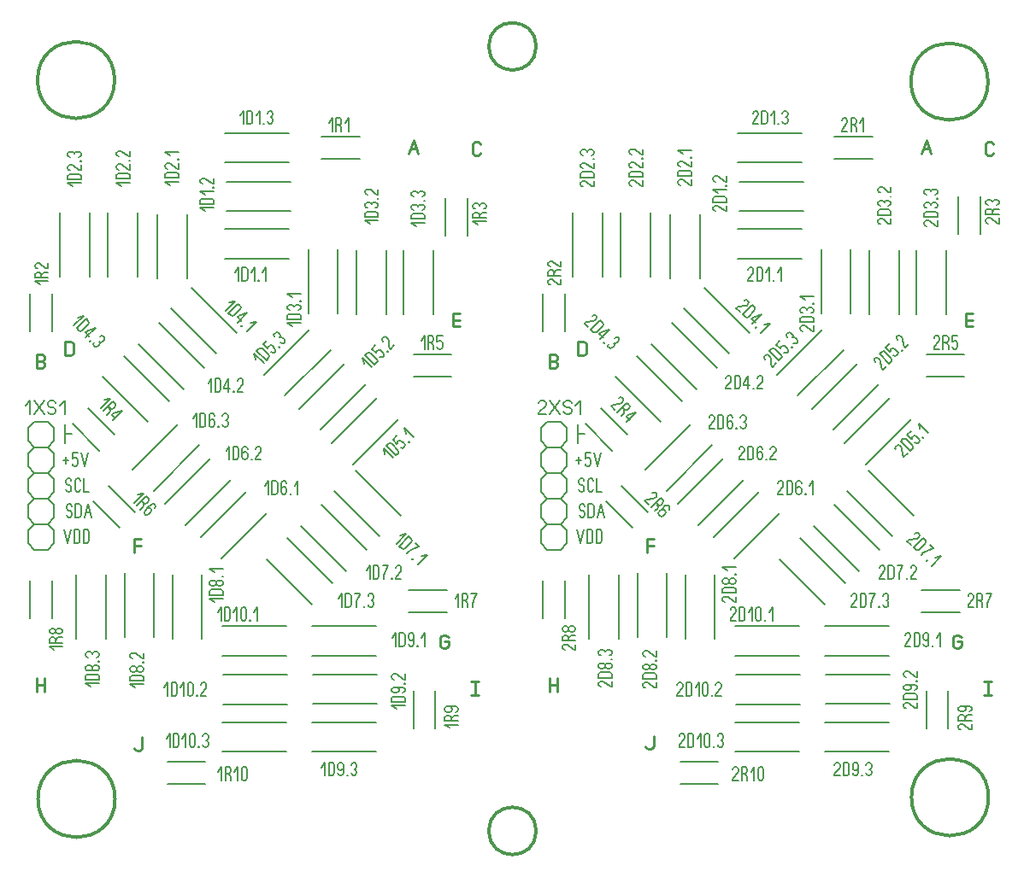
<source format=gbr>
%FSLAX34Y34*%
%MOMM*%
%LNSILK_TOP*%
G71*
G01*
%ADD10C, 0.167*%
%ADD11C, 0.238*%
%ADD12C, 0.200*%
%ADD13C, 0.150*%
%ADD14C, 0.300*%
%LPD*%
G54D10*
X55591Y399568D02*
X60924Y399568D01*
G54D10*
X58258Y402901D02*
X58258Y396234D01*
G54D10*
X69924Y407068D02*
X64591Y407068D01*
X64591Y401234D01*
X65258Y401234D01*
X66591Y402068D01*
X67924Y402068D01*
X69258Y401234D01*
X69924Y399568D01*
X69924Y396234D01*
X69258Y394568D01*
X67924Y393734D01*
X66591Y393734D01*
X65258Y394568D01*
X64591Y396234D01*
G54D10*
X73591Y407068D02*
X76924Y393734D01*
X80258Y407068D01*
G54D10*
X58280Y370834D02*
X58947Y369168D01*
X60280Y368334D01*
X61614Y368334D01*
X62947Y369168D01*
X63614Y370834D01*
X63614Y372501D01*
X62947Y374168D01*
X61614Y375001D01*
X60280Y375001D01*
X58947Y375834D01*
X58280Y377501D01*
X58280Y379168D01*
X58947Y380834D01*
X60280Y381668D01*
X61614Y381668D01*
X62947Y380834D01*
X63614Y379168D01*
G54D10*
X72614Y370834D02*
X71947Y369168D01*
X70614Y368334D01*
X69280Y368334D01*
X67947Y369168D01*
X67280Y370834D01*
X67280Y379168D01*
X67947Y380834D01*
X69280Y381668D01*
X70614Y381668D01*
X71947Y380834D01*
X72614Y379168D01*
G54D10*
X76280Y381668D02*
X76280Y368334D01*
X80947Y368334D01*
G54D10*
X58766Y345434D02*
X59432Y343768D01*
X60766Y342934D01*
X62099Y342934D01*
X63432Y343768D01*
X64099Y345434D01*
X64099Y347101D01*
X63432Y348768D01*
X62099Y349601D01*
X60766Y349601D01*
X59432Y350434D01*
X58766Y352101D01*
X58766Y353768D01*
X59432Y355434D01*
X60766Y356268D01*
X62099Y356268D01*
X63432Y355434D01*
X64099Y353768D01*
G54D10*
X67766Y342934D02*
X67766Y356268D01*
X71099Y356268D01*
X72432Y355434D01*
X73099Y353768D01*
X73099Y345434D01*
X72432Y343768D01*
X71099Y342934D01*
X67766Y342934D01*
G54D10*
X76766Y342934D02*
X80099Y356268D01*
X83433Y342934D01*
G54D10*
X78099Y347934D02*
X82099Y347934D01*
G54D11*
X397347Y703297D02*
X402347Y716630D01*
X407347Y703297D01*
G54D11*
X399347Y708297D02*
X405347Y708297D01*
G54D11*
X29046Y490572D02*
X29046Y503905D01*
X34046Y503905D01*
X36046Y503072D01*
X37046Y501405D01*
X37046Y499739D01*
X36046Y498072D01*
X34046Y497239D01*
X36046Y496405D01*
X37046Y494739D01*
X37046Y493072D01*
X36046Y491405D01*
X34046Y490572D01*
X29046Y490572D01*
G54D11*
X29046Y497239D02*
X34046Y497239D01*
G54D11*
X57622Y503272D02*
X57622Y516605D01*
X62622Y516605D01*
X64622Y515772D01*
X65622Y514105D01*
X65622Y505772D01*
X64622Y504105D01*
X62622Y503272D01*
X57622Y503272D01*
G54D11*
X468869Y704209D02*
X467869Y702543D01*
X465869Y701709D01*
X463869Y701709D01*
X461869Y702543D01*
X460869Y704209D01*
X460869Y712543D01*
X461869Y714209D01*
X463869Y715043D01*
X465869Y715043D01*
X467869Y714209D01*
X468869Y712543D01*
G54D11*
X448820Y531847D02*
X441820Y531847D01*
X441820Y545180D01*
X448820Y545180D01*
G54D11*
X441820Y538514D02*
X448820Y538514D01*
G54D11*
X125908Y307986D02*
X125908Y321319D01*
X132908Y321319D01*
G54D11*
X125908Y314652D02*
X132908Y314652D01*
G54D11*
X433097Y219426D02*
X437097Y219426D01*
X437097Y215259D01*
X436097Y213593D01*
X434097Y212759D01*
X432097Y212759D01*
X430097Y213593D01*
X429097Y215259D01*
X429097Y223593D01*
X430097Y225259D01*
X432097Y226093D01*
X434097Y226093D01*
X436097Y225259D01*
X437097Y223593D01*
G54D11*
X29047Y169897D02*
X29047Y183230D01*
G54D11*
X37047Y169897D02*
X37047Y183230D01*
G54D11*
X29047Y176564D02*
X37047Y176564D01*
G54D11*
X459259Y166722D02*
X467259Y166722D01*
G54D11*
X463259Y166722D02*
X463259Y180055D01*
G54D11*
X459259Y180055D02*
X467259Y180055D01*
G54D11*
X133862Y124516D02*
X133862Y113683D01*
X132862Y112016D01*
X130862Y111183D01*
X128862Y111183D01*
X126862Y112016D01*
X125862Y113683D01*
G54D12*
X46268Y424960D02*
X46268Y431360D01*
X39968Y437660D01*
X27168Y437660D01*
X20868Y431360D01*
X20868Y418560D01*
X27168Y412260D01*
X39968Y412260D01*
X46268Y418560D01*
X46268Y424960D01*
G54D12*
X46268Y399560D02*
X46268Y405960D01*
X39968Y412260D01*
X27168Y412260D01*
X20868Y405960D01*
X20868Y393160D01*
X27168Y386860D01*
X39968Y386860D01*
X46268Y393160D01*
X46268Y399560D01*
G54D12*
X46268Y374160D02*
X46268Y380560D01*
X39968Y386860D01*
X27168Y386860D01*
X20868Y380560D01*
X20868Y367760D01*
X27168Y361460D01*
X39968Y361460D01*
X46268Y367760D01*
X46268Y374160D01*
G54D12*
X46268Y348760D02*
X46268Y355160D01*
X39968Y361460D01*
X27168Y361460D01*
X20868Y355160D01*
X20868Y342360D01*
X27168Y336060D01*
X39968Y336060D01*
X46268Y342360D01*
X46268Y348760D01*
G54D12*
X46268Y323360D02*
X46268Y329760D01*
X39968Y336060D01*
X27168Y336060D01*
X20868Y329760D01*
X20868Y316960D01*
X27168Y310660D01*
X39968Y310660D01*
X46268Y316960D01*
X46268Y323360D01*
G54D10*
X17936Y453697D02*
X22936Y458697D01*
X22936Y445364D01*
G54D10*
X26603Y458697D02*
X36603Y445364D01*
G54D10*
X26603Y445364D02*
X36603Y458697D01*
G54D10*
X40270Y447864D02*
X41270Y446197D01*
X43270Y445364D01*
X45270Y445364D01*
X47270Y446197D01*
X48270Y447864D01*
X48270Y449531D01*
X47270Y451197D01*
X45270Y452031D01*
X43270Y452031D01*
X41270Y452864D01*
X40270Y454531D01*
X40270Y456197D01*
X41270Y457864D01*
X43270Y458697D01*
X45270Y458697D01*
X47270Y457864D01*
X48270Y456197D01*
G54D10*
X51937Y453697D02*
X56937Y458697D01*
X56937Y445364D01*
G54D10*
X56424Y330868D02*
X59758Y317534D01*
X63091Y330868D01*
G54D10*
X66758Y317534D02*
X66758Y330868D01*
X70092Y330868D01*
X71425Y330034D01*
X72092Y328368D01*
X72092Y320034D01*
X71425Y318368D01*
X70092Y317534D01*
X66758Y317534D01*
G54D10*
X75758Y317534D02*
X75758Y330868D01*
X79092Y330868D01*
X80425Y330034D01*
X81092Y328368D01*
X81092Y320034D01*
X80425Y318368D01*
X79092Y317534D01*
X75758Y317534D01*
G54D12*
X57622Y435009D02*
X57622Y415959D01*
G54D12*
X63972Y425484D02*
X57622Y425484D01*
G54D13*
X311660Y697735D02*
X348960Y697735D01*
G54D13*
X311660Y719735D02*
X348960Y719735D01*
G54D10*
X318834Y733418D02*
X322168Y738418D01*
X322168Y725084D01*
G54D10*
X328501Y731751D02*
X330501Y730084D01*
X331168Y728418D01*
X331168Y725084D01*
G54D10*
X325834Y725084D02*
X325834Y738418D01*
X329168Y738418D01*
X330501Y737584D01*
X331168Y735918D01*
X331168Y734251D01*
X330501Y732584D01*
X329168Y731751D01*
X325834Y731751D01*
G54D10*
X334834Y733418D02*
X338168Y738418D01*
X338168Y725084D01*
G54D12*
X217203Y675481D02*
X280703Y675481D01*
G54D12*
X280703Y646113D02*
X217203Y646113D01*
G54D10*
X195855Y646288D02*
X190855Y649621D01*
X204188Y649621D01*
G54D10*
X204188Y653288D02*
X190855Y653288D01*
X190855Y656621D01*
X191688Y657955D01*
X193355Y658621D01*
X201688Y658621D01*
X203355Y657955D01*
X204188Y656621D01*
X204188Y653288D01*
G54D10*
X195855Y662288D02*
X190855Y665621D01*
X204188Y665621D01*
G54D10*
X204188Y669821D02*
X204188Y669288D01*
X203522Y669288D01*
X203522Y669821D01*
X204188Y669821D01*
X204188Y669288D01*
G54D10*
X204188Y678821D02*
X204188Y673488D01*
X203355Y673488D01*
X201688Y674155D01*
X196688Y678155D01*
X195022Y678821D01*
X193355Y678821D01*
X191688Y678155D01*
X190855Y676821D01*
X190855Y675488D01*
X191688Y674155D01*
X193355Y673488D01*
G54D12*
X279455Y694362D02*
X215955Y694362D01*
G54D12*
X215955Y723731D02*
X279455Y723731D01*
G54D10*
X230689Y740913D02*
X234022Y745913D01*
X234022Y732579D01*
G54D10*
X237689Y732579D02*
X237689Y745913D01*
X241022Y745913D01*
X242356Y745079D01*
X243022Y743413D01*
X243022Y735079D01*
X242356Y733413D01*
X241022Y732579D01*
X237689Y732579D01*
G54D10*
X246689Y740913D02*
X250022Y745913D01*
X250022Y732579D01*
G54D10*
X254222Y732579D02*
X253689Y732579D01*
X253689Y733246D01*
X254222Y733246D01*
X254222Y732579D01*
X253689Y732579D01*
G54D10*
X257889Y743413D02*
X258556Y745079D01*
X259889Y745913D01*
X261222Y745913D01*
X262556Y745079D01*
X263222Y743413D01*
X263222Y741746D01*
X262556Y740079D01*
X261222Y739246D01*
X262556Y738413D01*
X263222Y736746D01*
X263222Y735079D01*
X262556Y733413D01*
X261222Y732579D01*
X259889Y732579D01*
X258556Y733413D01*
X257889Y735079D01*
G54D12*
X279455Y599112D02*
X215955Y599112D01*
G54D12*
X215955Y628481D02*
X279455Y628481D01*
G54D10*
X225926Y585338D02*
X229260Y590338D01*
X229260Y577004D01*
G54D10*
X232926Y577004D02*
X232926Y590338D01*
X236260Y590338D01*
X237593Y589504D01*
X238260Y587838D01*
X238260Y579504D01*
X237593Y577838D01*
X236260Y577004D01*
X232926Y577004D01*
G54D10*
X241926Y585338D02*
X245260Y590338D01*
X245260Y577004D01*
G54D10*
X249460Y577004D02*
X248926Y577004D01*
X248926Y577671D01*
X249460Y577671D01*
X249460Y577004D01*
X248926Y577004D01*
G54D10*
X253126Y585338D02*
X256460Y590338D01*
X256460Y577004D01*
G54D13*
X402804Y482331D02*
X440104Y482331D01*
G54D13*
X402804Y504331D02*
X440104Y504331D01*
G54D10*
X409979Y518014D02*
X413312Y523014D01*
X413312Y509681D01*
G54D10*
X419646Y516347D02*
X421646Y514681D01*
X422312Y513014D01*
X422312Y509681D01*
G54D10*
X416979Y509681D02*
X416979Y523014D01*
X420312Y523014D01*
X421646Y522181D01*
X422312Y520514D01*
X422312Y518847D01*
X421646Y517181D01*
X420312Y516347D01*
X416979Y516347D01*
G54D10*
X431312Y523014D02*
X425979Y523014D01*
X425979Y517181D01*
X426646Y517181D01*
X427979Y518014D01*
X429312Y518014D01*
X430646Y517181D01*
X431312Y515514D01*
X431312Y512181D01*
X430646Y510514D01*
X429312Y509681D01*
X427979Y509681D01*
X426646Y510514D01*
X425979Y512181D01*
G54D13*
X398042Y248969D02*
X435342Y248969D01*
G54D13*
X398042Y270969D02*
X435342Y270969D01*
G54D10*
X443821Y262271D02*
X447154Y267271D01*
X447154Y253938D01*
G54D10*
X453488Y260604D02*
X455488Y258938D01*
X456154Y257271D01*
X456154Y253938D01*
G54D10*
X450821Y253938D02*
X450821Y267271D01*
X454154Y267271D01*
X455488Y266438D01*
X456154Y264771D01*
X456154Y263104D01*
X455488Y261438D01*
X454154Y260604D01*
X450821Y260604D01*
G54D10*
X459821Y267271D02*
X465154Y267271D01*
X464488Y265604D01*
X463154Y263104D01*
X461821Y259771D01*
X461154Y257271D01*
X461154Y253938D01*
G54D13*
X402296Y170385D02*
X402296Y133085D01*
G54D13*
X424296Y170385D02*
X424296Y133085D01*
G54D10*
X438614Y133852D02*
X433614Y137186D01*
X446948Y137186D01*
G54D10*
X440281Y143519D02*
X441948Y145519D01*
X443614Y146186D01*
X446948Y146186D01*
G54D10*
X446948Y140852D02*
X433614Y140852D01*
X433614Y144186D01*
X434448Y145519D01*
X436114Y146186D01*
X437781Y146186D01*
X439448Y145519D01*
X440281Y144186D01*
X440281Y140852D01*
G54D10*
X444448Y149852D02*
X446114Y150519D01*
X446948Y151852D01*
X446948Y153186D01*
X446114Y154519D01*
X444448Y155186D01*
X440281Y155186D01*
X439448Y155186D01*
X441114Y153186D01*
X441114Y151852D01*
X440281Y150519D01*
X438614Y149852D01*
X436114Y149852D01*
X434448Y150519D01*
X433614Y151852D01*
X433614Y153186D01*
X434448Y154519D01*
X436114Y155186D01*
X440281Y155186D01*
G54D13*
X159144Y78016D02*
X196444Y78016D01*
G54D13*
X159144Y100016D02*
X196444Y100016D01*
G54D10*
X209181Y89886D02*
X212514Y94886D01*
X212514Y81553D01*
G54D10*
X218848Y88219D02*
X220848Y86553D01*
X221514Y84886D01*
X221514Y81553D01*
G54D10*
X216181Y81553D02*
X216181Y94886D01*
X219514Y94886D01*
X220848Y94053D01*
X221514Y92386D01*
X221514Y90719D01*
X220848Y89053D01*
X219514Y88219D01*
X216181Y88219D01*
G54D10*
X225181Y89886D02*
X228514Y94886D01*
X228514Y81553D01*
G54D10*
X237514Y92386D02*
X237514Y84053D01*
X236848Y82386D01*
X235514Y81553D01*
X234181Y81553D01*
X232848Y82386D01*
X232181Y84053D01*
X232181Y92386D01*
X232848Y94053D01*
X234181Y94886D01*
X235514Y94886D01*
X236848Y94053D01*
X237514Y92386D01*
G54D13*
X22187Y564524D02*
X22187Y527224D01*
G54D13*
X44187Y564524D02*
X44187Y527224D01*
G54D10*
X32312Y573379D02*
X27312Y576712D01*
X40645Y576712D01*
G54D10*
X33978Y583046D02*
X35645Y585046D01*
X37312Y585712D01*
X40645Y585712D01*
G54D10*
X40645Y580379D02*
X27312Y580379D01*
X27312Y583712D01*
X28145Y585046D01*
X29812Y585712D01*
X31478Y585712D01*
X33145Y585046D01*
X33978Y583712D01*
X33978Y580379D01*
G54D10*
X40645Y594712D02*
X40645Y589379D01*
X39812Y589379D01*
X38145Y590046D01*
X33145Y594046D01*
X31478Y594712D01*
X29812Y594712D01*
X28145Y594046D01*
X27312Y592712D01*
X27312Y591379D01*
X28145Y590046D01*
X29812Y589379D01*
G54D13*
X22263Y280239D02*
X22263Y242939D01*
G54D13*
X44263Y280239D02*
X44263Y242939D01*
G54D10*
X46675Y211306D02*
X41675Y214640D01*
X55008Y214640D01*
G54D10*
X48342Y220973D02*
X50008Y222973D01*
X51675Y223640D01*
X55008Y223640D01*
G54D10*
X55008Y218306D02*
X41675Y218306D01*
X41675Y221640D01*
X42508Y222973D01*
X44175Y223640D01*
X45842Y223640D01*
X47508Y222973D01*
X48342Y221640D01*
X48342Y218306D01*
G54D10*
X48342Y230640D02*
X48342Y229306D01*
X47508Y227973D01*
X45842Y227306D01*
X44175Y227306D01*
X42508Y227973D01*
X41675Y229306D01*
X41675Y230640D01*
X42508Y231973D01*
X44175Y232640D01*
X45842Y232640D01*
X47508Y231973D01*
X48342Y230640D01*
X49175Y231973D01*
X50842Y232640D01*
X52508Y232640D01*
X54175Y231973D01*
X55008Y230640D01*
X55008Y229306D01*
X54175Y227973D01*
X52508Y227306D01*
X50842Y227306D01*
X49175Y227973D01*
X48342Y229306D01*
G54D13*
X106468Y424423D02*
X80093Y450798D01*
G54D13*
X90912Y408867D02*
X64537Y435242D01*
G54D10*
X96026Y459079D02*
X101919Y460257D01*
X92491Y450829D01*
G54D10*
X101683Y451065D02*
X101919Y448472D01*
X101212Y446822D01*
X98855Y444465D01*
G54D10*
X95083Y448237D02*
X104511Y457665D01*
X106868Y455308D01*
X107222Y453776D01*
X106515Y452126D01*
X105336Y450947D01*
X103686Y450240D01*
X102154Y450594D01*
X99797Y452951D01*
G54D10*
X104276Y439044D02*
X113704Y448472D01*
X104983Y445408D01*
X103804Y444230D01*
X107576Y440458D01*
G54D13*
X127051Y347809D02*
X100676Y374184D01*
G54D13*
X111495Y332253D02*
X85120Y358628D01*
G54D10*
X129309Y365002D02*
X135202Y366181D01*
X125774Y356753D01*
G54D10*
X134966Y356988D02*
X135202Y354396D01*
X134495Y352746D01*
X132138Y350389D01*
G54D10*
X128366Y354160D02*
X137794Y363588D01*
X140151Y361231D01*
X140505Y359699D01*
X139798Y358049D01*
X138619Y356870D01*
X136969Y356163D01*
X135437Y356517D01*
X133080Y358874D01*
G54D10*
X146162Y351685D02*
X146869Y353335D01*
X146515Y354867D01*
X145573Y355810D01*
X144040Y356163D01*
X142391Y355456D01*
X139444Y352510D01*
X138855Y351921D01*
X141448Y351685D01*
X142391Y350742D01*
X142744Y349210D01*
X142037Y347560D01*
X140269Y345792D01*
X138619Y345085D01*
X137087Y345439D01*
X136144Y346382D01*
X135791Y347914D01*
X136498Y349564D01*
X139444Y352510D01*
G54D12*
X81467Y644868D02*
X81467Y581368D01*
G54D12*
X52099Y581368D02*
X52099Y644868D01*
G54D10*
X65080Y670714D02*
X60080Y674047D01*
X73413Y674047D01*
G54D10*
X73413Y677714D02*
X60080Y677714D01*
X60080Y681047D01*
X60913Y682381D01*
X62580Y683047D01*
X70913Y683047D01*
X72580Y682381D01*
X73413Y681047D01*
X73413Y677714D01*
G54D10*
X73413Y692047D02*
X73413Y686714D01*
X72580Y686714D01*
X70913Y687381D01*
X65913Y691381D01*
X64246Y692047D01*
X62580Y692047D01*
X60913Y691381D01*
X60080Y690047D01*
X60080Y688714D01*
X60913Y687381D01*
X62580Y686714D01*
G54D10*
X73413Y696247D02*
X73413Y695714D01*
X72746Y695714D01*
X72746Y696247D01*
X73413Y696247D01*
X73413Y695714D01*
G54D10*
X62580Y699914D02*
X60913Y700581D01*
X60080Y701914D01*
X60080Y703247D01*
X60913Y704581D01*
X62580Y705247D01*
X64246Y705247D01*
X65913Y704581D01*
X66746Y703247D01*
X67580Y704581D01*
X69246Y705247D01*
X70913Y705247D01*
X72580Y704581D01*
X73413Y703247D01*
X73413Y701914D01*
X72580Y700581D01*
X70913Y699914D01*
G54D12*
X99962Y580972D02*
X99962Y644472D01*
G54D12*
X129331Y644472D02*
X129331Y580972D01*
G54D10*
X113016Y671319D02*
X108016Y674652D01*
X121350Y674652D01*
G54D10*
X121350Y678319D02*
X108016Y678319D01*
X108016Y681652D01*
X108850Y682986D01*
X110516Y683652D01*
X118850Y683652D01*
X120516Y682986D01*
X121350Y681652D01*
X121350Y678319D01*
G54D10*
X121350Y692652D02*
X121350Y687319D01*
X120516Y687319D01*
X118850Y687986D01*
X113850Y691986D01*
X112183Y692652D01*
X110516Y692652D01*
X108850Y691986D01*
X108016Y690652D01*
X108016Y689319D01*
X108850Y687986D01*
X110516Y687319D01*
G54D10*
X121350Y696852D02*
X121350Y696319D01*
X120683Y696319D01*
X120683Y696852D01*
X121350Y696852D01*
X121350Y696319D01*
G54D10*
X121350Y705852D02*
X121350Y700519D01*
X120516Y700519D01*
X118850Y701186D01*
X113850Y705186D01*
X112183Y705852D01*
X110516Y705852D01*
X108850Y705186D01*
X108016Y703852D01*
X108016Y702519D01*
X108850Y701186D01*
X110516Y700519D01*
G54D12*
X178056Y643260D02*
X178056Y579760D01*
G54D12*
X148687Y579760D02*
X148687Y643260D01*
G54D10*
X161668Y672281D02*
X156668Y675614D01*
X170001Y675614D01*
G54D10*
X170001Y679281D02*
X156668Y679281D01*
X156668Y682614D01*
X157501Y683948D01*
X159168Y684614D01*
X167501Y684614D01*
X169168Y683948D01*
X170001Y682614D01*
X170001Y679281D01*
G54D10*
X170001Y693614D02*
X170001Y688281D01*
X169168Y688281D01*
X167501Y688948D01*
X162501Y692948D01*
X160834Y693614D01*
X159168Y693614D01*
X157501Y692948D01*
X156668Y691614D01*
X156668Y690281D01*
X157501Y688948D01*
X159168Y688281D01*
G54D10*
X170001Y697814D02*
X170001Y697281D01*
X169334Y697281D01*
X169334Y697814D01*
X170001Y697814D01*
X170001Y697281D01*
G54D10*
X161668Y701481D02*
X156668Y704814D01*
X170001Y704814D01*
G54D12*
X392449Y544286D02*
X392449Y607786D01*
G54D12*
X421818Y607786D02*
X421818Y544286D01*
G54D10*
X405503Y631457D02*
X400503Y634791D01*
X413836Y634791D01*
G54D10*
X413836Y638457D02*
X400503Y638457D01*
X400503Y641791D01*
X401336Y643124D01*
X403003Y643791D01*
X411336Y643791D01*
X413003Y643124D01*
X413836Y641791D01*
X413836Y638457D01*
G54D10*
X403003Y647457D02*
X401336Y648124D01*
X400503Y649457D01*
X400503Y650791D01*
X401336Y652124D01*
X403003Y652791D01*
X404670Y652791D01*
X406336Y652124D01*
X407170Y650791D01*
X408003Y652124D01*
X409670Y652791D01*
X411336Y652791D01*
X413003Y652124D01*
X413836Y650791D01*
X413836Y649457D01*
X413003Y648124D01*
X411336Y647457D01*
G54D10*
X413836Y656991D02*
X413836Y656457D01*
X413170Y656457D01*
X413170Y656991D01*
X413836Y656991D01*
X413836Y656457D01*
G54D10*
X403003Y660657D02*
X401336Y661324D01*
X400503Y662657D01*
X400503Y663991D01*
X401336Y665324D01*
X403003Y665991D01*
X404670Y665991D01*
X406336Y665324D01*
X407170Y663991D01*
X408003Y665324D01*
X409670Y665991D01*
X411336Y665991D01*
X413003Y665324D01*
X413836Y663991D01*
X413836Y662657D01*
X413003Y661324D01*
X411336Y660657D01*
G54D12*
X298197Y544939D02*
X298197Y608439D01*
G54D12*
X327566Y608439D02*
X327566Y544939D01*
G54D10*
X282676Y532098D02*
X277676Y535431D01*
X291010Y535431D01*
G54D10*
X291010Y539098D02*
X277676Y539098D01*
X277676Y542431D01*
X278510Y543765D01*
X280176Y544431D01*
X288510Y544431D01*
X290176Y543765D01*
X291010Y542431D01*
X291010Y539098D01*
G54D10*
X280176Y548098D02*
X278510Y548765D01*
X277676Y550098D01*
X277676Y551431D01*
X278510Y552765D01*
X280176Y553431D01*
X281843Y553431D01*
X283510Y552765D01*
X284343Y551431D01*
X285176Y552765D01*
X286843Y553431D01*
X288510Y553431D01*
X290176Y552765D01*
X291010Y551431D01*
X291010Y550098D01*
X290176Y548765D01*
X288510Y548098D01*
G54D10*
X291010Y557631D02*
X291010Y557098D01*
X290343Y557098D01*
X290343Y557631D01*
X291010Y557631D01*
X291010Y557098D01*
G54D10*
X282676Y561298D02*
X277676Y564631D01*
X291010Y564631D01*
G54D12*
X375540Y607674D02*
X375540Y544174D01*
G54D12*
X346171Y544174D02*
X346171Y607674D01*
G54D10*
X359152Y633520D02*
X354152Y636854D01*
X367486Y636854D01*
G54D10*
X367486Y640520D02*
X354152Y640520D01*
X354152Y643854D01*
X354986Y645187D01*
X356652Y645854D01*
X364986Y645854D01*
X366652Y645187D01*
X367486Y643854D01*
X367486Y640520D01*
G54D10*
X356652Y649520D02*
X354986Y650187D01*
X354152Y651520D01*
X354152Y652854D01*
X354986Y654187D01*
X356652Y654854D01*
X358319Y654854D01*
X359986Y654187D01*
X360819Y652854D01*
X361652Y654187D01*
X363319Y654854D01*
X364986Y654854D01*
X366652Y654187D01*
X367486Y652854D01*
X367486Y651520D01*
X366652Y650187D01*
X364986Y649520D01*
G54D10*
X367486Y659054D02*
X367486Y658520D01*
X366819Y658520D01*
X366819Y659054D01*
X367486Y659054D01*
X367486Y658520D01*
G54D10*
X367486Y668054D02*
X367486Y662720D01*
X366652Y662720D01*
X364986Y663387D01*
X359986Y667387D01*
X358319Y668054D01*
X356652Y668054D01*
X354986Y667387D01*
X354152Y666054D01*
X354152Y664720D01*
X354986Y663387D01*
X356652Y662720D01*
G54D12*
X116223Y223841D02*
X116223Y287341D01*
G54D12*
X145592Y287341D02*
X145592Y223841D01*
G54D10*
X126896Y173694D02*
X121896Y177027D01*
X135230Y177027D01*
G54D10*
X135230Y180694D02*
X121896Y180694D01*
X121896Y184027D01*
X122730Y185361D01*
X124396Y186027D01*
X132730Y186027D01*
X134396Y185361D01*
X135230Y184027D01*
X135230Y180694D01*
G54D10*
X128563Y193027D02*
X128563Y191694D01*
X127730Y190361D01*
X126063Y189694D01*
X124396Y189694D01*
X122730Y190361D01*
X121896Y191694D01*
X121896Y193027D01*
X122730Y194361D01*
X124396Y195027D01*
X126063Y195027D01*
X127730Y194361D01*
X128563Y193027D01*
X129396Y194361D01*
X131063Y195027D01*
X132730Y195027D01*
X134396Y194361D01*
X135230Y193027D01*
X135230Y191694D01*
X134396Y190361D01*
X132730Y189694D01*
X131063Y189694D01*
X129396Y190361D01*
X128563Y191694D01*
G54D10*
X135230Y199227D02*
X135230Y198694D01*
X134563Y198694D01*
X134563Y199227D01*
X135230Y199227D01*
X135230Y198694D01*
G54D10*
X135230Y208227D02*
X135230Y202894D01*
X134396Y202894D01*
X132730Y203561D01*
X127730Y207561D01*
X126063Y208227D01*
X124396Y208227D01*
X122730Y207561D01*
X121896Y206227D01*
X121896Y204894D01*
X122730Y203561D01*
X124396Y202894D01*
G54D12*
X97729Y286150D02*
X97729Y222650D01*
G54D12*
X68360Y222650D02*
X68360Y286150D01*
G54D10*
X82928Y174677D02*
X77928Y178010D01*
X91262Y178010D01*
G54D10*
X91262Y181677D02*
X77928Y181677D01*
X77928Y185010D01*
X78762Y186344D01*
X80428Y187010D01*
X88762Y187010D01*
X90428Y186344D01*
X91262Y185010D01*
X91262Y181677D01*
G54D10*
X84595Y194010D02*
X84595Y192677D01*
X83762Y191344D01*
X82095Y190677D01*
X80428Y190677D01*
X78762Y191344D01*
X77928Y192677D01*
X77928Y194010D01*
X78762Y195344D01*
X80428Y196010D01*
X82095Y196010D01*
X83762Y195344D01*
X84595Y194010D01*
X85428Y195344D01*
X87095Y196010D01*
X88762Y196010D01*
X90428Y195344D01*
X91262Y194010D01*
X91262Y192677D01*
X90428Y191344D01*
X88762Y190677D01*
X87095Y190677D01*
X85428Y191344D01*
X84595Y192677D01*
G54D10*
X91262Y200210D02*
X91262Y199677D01*
X90595Y199677D01*
X90595Y200210D01*
X91262Y200210D01*
X91262Y199677D01*
G54D10*
X80428Y203877D02*
X78762Y204544D01*
X77928Y205877D01*
X77928Y207210D01*
X78762Y208544D01*
X80428Y209210D01*
X82095Y209210D01*
X83762Y208544D01*
X84595Y207210D01*
X85428Y208544D01*
X87095Y209210D01*
X88762Y209210D01*
X90428Y208544D01*
X91262Y207210D01*
X91262Y205877D01*
X90428Y204544D01*
X88762Y203877D01*
G54D12*
X192979Y286150D02*
X192979Y222650D01*
G54D12*
X163610Y222650D02*
X163610Y286150D01*
G54D10*
X205166Y258815D02*
X200166Y262148D01*
X213499Y262148D01*
G54D10*
X213499Y265815D02*
X200166Y265815D01*
X200166Y269148D01*
X200999Y270481D01*
X202666Y271148D01*
X210999Y271148D01*
X212666Y270481D01*
X213499Y269148D01*
X213499Y265815D01*
G54D10*
X206832Y278148D02*
X206832Y276815D01*
X205999Y275481D01*
X204332Y274815D01*
X202666Y274815D01*
X200999Y275481D01*
X200166Y276815D01*
X200166Y278148D01*
X200999Y279481D01*
X202666Y280148D01*
X204332Y280148D01*
X205999Y279481D01*
X206832Y278148D01*
X207666Y279481D01*
X209332Y280148D01*
X210999Y280148D01*
X212666Y279481D01*
X213499Y278148D01*
X213499Y276815D01*
X212666Y275481D01*
X210999Y274815D01*
X209332Y274815D01*
X207666Y275481D01*
X206832Y276815D01*
G54D10*
X213499Y284348D02*
X213499Y283815D01*
X212832Y283815D01*
X212832Y284348D01*
X213499Y284348D01*
X213499Y283815D01*
G54D10*
X205166Y288015D02*
X200166Y291348D01*
X213499Y291348D01*
G54D12*
X276280Y205412D02*
X212780Y205412D01*
G54D12*
X212780Y234781D02*
X276280Y234781D01*
G54D10*
X208464Y248788D02*
X211797Y253788D01*
X211797Y240454D01*
G54D10*
X215464Y240454D02*
X215464Y253788D01*
X218797Y253788D01*
X220130Y252954D01*
X220797Y251288D01*
X220797Y242954D01*
X220130Y241288D01*
X218797Y240454D01*
X215464Y240454D01*
G54D10*
X224464Y248788D02*
X227797Y253788D01*
X227797Y240454D01*
G54D10*
X236797Y251288D02*
X236797Y242954D01*
X236130Y241288D01*
X234797Y240454D01*
X233464Y240454D01*
X232130Y241288D01*
X231464Y242954D01*
X231464Y251288D01*
X232130Y252954D01*
X233464Y253788D01*
X234797Y253788D01*
X236130Y252954D01*
X236797Y251288D01*
G54D10*
X240997Y240454D02*
X240464Y240454D01*
X240464Y241121D01*
X240997Y241121D01*
X240997Y240454D01*
X240464Y240454D01*
G54D10*
X244664Y248788D02*
X247997Y253788D01*
X247997Y240454D01*
G54D12*
X276280Y110162D02*
X212780Y110162D01*
G54D12*
X212780Y139531D02*
X276280Y139531D01*
G54D10*
X157664Y123375D02*
X160997Y128375D01*
X160997Y115042D01*
G54D10*
X164664Y115042D02*
X164664Y128375D01*
X167997Y128375D01*
X169330Y127542D01*
X169997Y125875D01*
X169997Y117542D01*
X169330Y115875D01*
X167997Y115042D01*
X164664Y115042D01*
G54D10*
X173664Y123375D02*
X176997Y128375D01*
X176997Y115042D01*
G54D10*
X185997Y125875D02*
X185997Y117542D01*
X185330Y115875D01*
X183997Y115042D01*
X182664Y115042D01*
X181330Y115875D01*
X180664Y117542D01*
X180664Y125875D01*
X181330Y127542D01*
X182664Y128375D01*
X183997Y128375D01*
X185330Y127542D01*
X185997Y125875D01*
G54D10*
X190197Y115042D02*
X189664Y115042D01*
X189664Y115709D01*
X190197Y115709D01*
X190197Y115042D01*
X189664Y115042D01*
G54D10*
X193864Y125875D02*
X194530Y127542D01*
X195864Y128375D01*
X197197Y128375D01*
X198530Y127542D01*
X199197Y125875D01*
X199197Y124209D01*
X198530Y122542D01*
X197197Y121709D01*
X198530Y120875D01*
X199197Y119209D01*
X199197Y117542D01*
X198530Y115875D01*
X197197Y115042D01*
X195864Y115042D01*
X194530Y115875D01*
X193864Y117542D01*
G54D12*
X214028Y186531D02*
X277528Y186531D01*
G54D12*
X277528Y157163D02*
X214028Y157163D01*
G54D10*
X155811Y173727D02*
X159145Y178727D01*
X159145Y165394D01*
G54D10*
X162811Y165394D02*
X162811Y178727D01*
X166145Y178727D01*
X167478Y177894D01*
X168145Y176227D01*
X168145Y167894D01*
X167478Y166227D01*
X166145Y165394D01*
X162811Y165394D01*
G54D10*
X171811Y173727D02*
X175145Y178727D01*
X175145Y165394D01*
G54D10*
X184145Y176227D02*
X184145Y167894D01*
X183478Y166227D01*
X182145Y165394D01*
X180811Y165394D01*
X179478Y166227D01*
X178811Y167894D01*
X178811Y176227D01*
X179478Y177894D01*
X180811Y178727D01*
X182145Y178727D01*
X183478Y177894D01*
X184145Y176227D01*
G54D10*
X188345Y165394D02*
X187811Y165394D01*
X187811Y166061D01*
X188345Y166061D01*
X188345Y165394D01*
X187811Y165394D01*
G54D10*
X197345Y165394D02*
X192011Y165394D01*
X192011Y166227D01*
X192678Y167894D01*
X196678Y172894D01*
X197345Y174561D01*
X197345Y176227D01*
X196678Y177894D01*
X195345Y178727D01*
X194011Y178727D01*
X192678Y177894D01*
X192011Y176227D01*
G54D12*
X365180Y205412D02*
X301680Y205412D01*
G54D12*
X301680Y234781D02*
X365180Y234781D01*
G54D10*
X381501Y223388D02*
X384835Y228388D01*
X384835Y215054D01*
G54D10*
X388501Y215054D02*
X388501Y228388D01*
X391835Y228388D01*
X393168Y227554D01*
X393835Y225888D01*
X393835Y217554D01*
X393168Y215888D01*
X391835Y215054D01*
X388501Y215054D01*
G54D10*
X397501Y217554D02*
X398168Y215888D01*
X399501Y215054D01*
X400835Y215054D01*
X402168Y215888D01*
X402835Y217554D01*
X402835Y221721D01*
X402835Y222554D01*
X400835Y220888D01*
X399501Y220888D01*
X398168Y221721D01*
X397501Y223388D01*
X397501Y225888D01*
X398168Y227554D01*
X399501Y228388D01*
X400835Y228388D01*
X402168Y227554D01*
X402835Y225888D01*
X402835Y221721D01*
G54D10*
X407035Y215054D02*
X406501Y215054D01*
X406501Y215721D01*
X407035Y215721D01*
X407035Y215054D01*
X406501Y215054D01*
G54D10*
X410701Y223388D02*
X414035Y228388D01*
X414035Y215054D01*
G54D12*
X302872Y186918D02*
X366372Y186918D01*
G54D12*
X366372Y157549D02*
X302872Y157549D01*
G54D10*
X385711Y152755D02*
X380711Y156088D01*
X394044Y156088D01*
G54D10*
X394044Y159755D02*
X380711Y159755D01*
X380711Y163088D01*
X381544Y164422D01*
X383211Y165088D01*
X391544Y165088D01*
X393211Y164422D01*
X394044Y163088D01*
X394044Y159755D01*
G54D10*
X391544Y168755D02*
X393211Y169422D01*
X394044Y170755D01*
X394044Y172088D01*
X393211Y173422D01*
X391544Y174088D01*
X387378Y174088D01*
X386544Y174088D01*
X388211Y172088D01*
X388211Y170755D01*
X387378Y169422D01*
X385711Y168755D01*
X383211Y168755D01*
X381544Y169422D01*
X380711Y170755D01*
X380711Y172088D01*
X381544Y173422D01*
X383211Y174088D01*
X387378Y174088D01*
G54D10*
X394044Y178288D02*
X394044Y177755D01*
X393378Y177755D01*
X393378Y178288D01*
X394044Y178288D01*
X394044Y177755D01*
G54D10*
X394044Y187288D02*
X394044Y181955D01*
X393211Y181955D01*
X391544Y182622D01*
X386544Y186622D01*
X384878Y187288D01*
X383211Y187288D01*
X381544Y186622D01*
X380711Y185288D01*
X380711Y183955D01*
X381544Y182622D01*
X383211Y181955D01*
G54D12*
X365180Y110162D02*
X301680Y110162D01*
G54D12*
X301680Y139531D02*
X365180Y139531D01*
G54D10*
X311651Y94800D02*
X314985Y99800D01*
X314985Y86467D01*
G54D10*
X318651Y86467D02*
X318651Y99800D01*
X321985Y99800D01*
X323318Y98967D01*
X323985Y97300D01*
X323985Y88967D01*
X323318Y87300D01*
X321985Y86467D01*
X318651Y86467D01*
G54D10*
X327651Y88967D02*
X328318Y87300D01*
X329651Y86467D01*
X330985Y86467D01*
X332318Y87300D01*
X332985Y88967D01*
X332985Y93134D01*
X332985Y93967D01*
X330985Y92300D01*
X329651Y92300D01*
X328318Y93134D01*
X327651Y94800D01*
X327651Y97300D01*
X328318Y98967D01*
X329651Y99800D01*
X330985Y99800D01*
X332318Y98967D01*
X332985Y97300D01*
X332985Y93134D01*
G54D10*
X337185Y86467D02*
X336651Y86467D01*
X336651Y87134D01*
X337185Y87134D01*
X337185Y86467D01*
X336651Y86467D01*
G54D10*
X340851Y97300D02*
X341518Y98967D01*
X342851Y99800D01*
X344185Y99800D01*
X345518Y98967D01*
X346185Y97300D01*
X346185Y95634D01*
X345518Y93967D01*
X344185Y93134D01*
X345518Y92300D01*
X346185Y90634D01*
X346185Y88967D01*
X345518Y87300D01*
X344185Y86467D01*
X342851Y86467D01*
X341518Y87300D01*
X340851Y88967D01*
G54D12*
X207004Y504718D02*
X162103Y549619D01*
G54D12*
X182869Y570386D02*
X227771Y525485D01*
G54D10*
X220199Y555974D02*
X226092Y557152D01*
X216663Y547724D01*
G54D10*
X219256Y545132D02*
X228684Y554560D01*
X231041Y552203D01*
X231395Y550671D01*
X230688Y549021D01*
X224795Y543128D01*
X223145Y542421D01*
X221613Y542775D01*
X219256Y545132D01*
G54D10*
X228448Y535939D02*
X237877Y545367D01*
X229156Y542303D01*
X227977Y541125D01*
X231748Y537354D01*
G54D10*
X232361Y532027D02*
X231984Y532404D01*
X232455Y532875D01*
X232833Y532498D01*
X232361Y532027D01*
X231984Y532404D01*
G54D10*
X240846Y535326D02*
X246739Y536505D01*
X237311Y527077D01*
G54D12*
X139824Y437285D02*
X94923Y482186D01*
G54D12*
X115690Y502953D02*
X160591Y458052D01*
G54D10*
X69675Y540928D02*
X75568Y542107D01*
X66140Y532678D01*
G54D10*
X68733Y530086D02*
X78161Y539514D01*
X80518Y537157D01*
X80871Y535625D01*
X80164Y533975D01*
X74272Y528082D01*
X72622Y527375D01*
X71090Y527729D01*
X68733Y530086D01*
G54D10*
X77925Y520893D02*
X87353Y530321D01*
X78632Y527257D01*
X77454Y526079D01*
X81225Y522308D01*
G54D10*
X81838Y516981D02*
X81460Y517358D01*
X81932Y517829D01*
X82309Y517452D01*
X81838Y516981D01*
X81460Y517358D01*
G54D10*
X92091Y522048D02*
X93741Y522755D01*
X95273Y522402D01*
X96216Y521459D01*
X96569Y519927D01*
X95862Y518277D01*
X94683Y517099D01*
X93034Y516391D01*
X91501Y516745D01*
X91855Y515213D01*
X91148Y513563D01*
X89969Y512384D01*
X88319Y511677D01*
X86787Y512031D01*
X85845Y512974D01*
X85491Y514506D01*
X86198Y516156D01*
G54D12*
X150544Y535361D02*
X195445Y490459D01*
G54D12*
X174678Y469693D02*
X129777Y514594D01*
G54D10*
X199118Y475203D02*
X202452Y480203D01*
X202452Y466870D01*
G54D10*
X206118Y466870D02*
X206118Y480203D01*
X209452Y480203D01*
X210785Y479370D01*
X211452Y477703D01*
X211452Y469370D01*
X210785Y467703D01*
X209452Y466870D01*
X206118Y466870D01*
G54D10*
X219118Y466870D02*
X219118Y480203D01*
X215118Y471870D01*
X215118Y470203D01*
X220452Y470203D01*
G54D10*
X224652Y466870D02*
X224118Y466870D01*
X224118Y467537D01*
X224652Y467537D01*
X224652Y466870D01*
X224118Y466870D01*
G54D10*
X233652Y466870D02*
X228318Y466870D01*
X228318Y467703D01*
X228985Y469370D01*
X232985Y474370D01*
X233652Y476037D01*
X233652Y477703D01*
X232985Y479370D01*
X231652Y480203D01*
X230318Y480203D01*
X228985Y479370D01*
X228318Y477703D01*
G54D12*
X369101Y323662D02*
X324200Y368563D01*
G54D12*
X344967Y389330D02*
X389868Y344429D01*
G54D10*
X389440Y324911D02*
X395332Y326090D01*
X385904Y316662D01*
G54D10*
X388497Y314069D02*
X397925Y323497D01*
X400282Y321140D01*
X400636Y319608D01*
X399929Y317958D01*
X394036Y312065D01*
X392386Y311358D01*
X390854Y311712D01*
X388497Y314069D01*
G54D10*
X404289Y317133D02*
X408060Y313362D01*
X406410Y312655D01*
X403700Y311830D01*
X400400Y310416D01*
X398161Y309119D01*
X395804Y306762D01*
G54D10*
X401602Y300964D02*
X401225Y301341D01*
X401696Y301812D01*
X402074Y301435D01*
X401602Y300964D01*
X401225Y301341D01*
G54D10*
X410087Y304264D02*
X415980Y305442D01*
X406552Y296014D01*
G54D12*
X301749Y256310D02*
X256848Y301211D01*
G54D12*
X277614Y321978D02*
X322516Y277077D01*
G54D10*
X328366Y261861D02*
X331699Y266861D01*
X331699Y253528D01*
G54D10*
X335366Y253528D02*
X335366Y266861D01*
X338699Y266861D01*
X340033Y266028D01*
X340699Y264361D01*
X340699Y256028D01*
X340033Y254361D01*
X338699Y253528D01*
X335366Y253528D01*
G54D10*
X344366Y266861D02*
X349699Y266861D01*
X349033Y265194D01*
X347699Y262694D01*
X346366Y259361D01*
X345699Y256861D01*
X345699Y253528D01*
G54D10*
X353899Y253528D02*
X353366Y253528D01*
X353366Y254194D01*
X353899Y254194D01*
X353899Y253528D01*
X353366Y253528D01*
G54D10*
X357566Y264361D02*
X358233Y266028D01*
X359566Y266861D01*
X360899Y266861D01*
X362233Y266028D01*
X362899Y264361D01*
X362899Y262694D01*
X362233Y261028D01*
X360899Y260194D01*
X362233Y259361D01*
X362899Y257694D01*
X362899Y256028D01*
X362233Y254361D01*
X360899Y253528D01*
X359566Y253528D01*
X358233Y254361D01*
X357566Y256028D01*
G54D12*
X311303Y354988D02*
X356205Y310086D01*
G54D12*
X335438Y289320D02*
X290537Y334221D01*
G54D10*
X355909Y289800D02*
X359242Y294800D01*
X359242Y281467D01*
G54D10*
X362909Y281467D02*
X362909Y294800D01*
X366242Y294800D01*
X367576Y293967D01*
X368242Y292300D01*
X368242Y283967D01*
X367576Y282300D01*
X366242Y281467D01*
X362909Y281467D01*
G54D10*
X371909Y294800D02*
X377242Y294800D01*
X376576Y293134D01*
X375242Y290634D01*
X373909Y287300D01*
X373242Y284800D01*
X373242Y281467D01*
G54D10*
X381442Y281467D02*
X380909Y281467D01*
X380909Y282134D01*
X381442Y282134D01*
X381442Y281467D01*
X380909Y281467D01*
G54D10*
X390442Y281467D02*
X385109Y281467D01*
X385109Y282300D01*
X385776Y283967D01*
X389776Y288967D01*
X390442Y290634D01*
X390442Y292300D01*
X389776Y293967D01*
X388442Y294800D01*
X387109Y294800D01*
X385776Y293967D01*
X385109Y292300D01*
G54D12*
X124210Y389959D02*
X169112Y434861D01*
G54D12*
X189878Y414094D02*
X144977Y369192D01*
G54D10*
X184099Y440661D02*
X187432Y445661D01*
X187432Y432327D01*
G54D10*
X191099Y432327D02*
X191099Y445661D01*
X194432Y445661D01*
X195765Y444827D01*
X196432Y443161D01*
X196432Y434827D01*
X195765Y433161D01*
X194432Y432327D01*
X191099Y432327D01*
G54D10*
X205432Y443161D02*
X204765Y444827D01*
X203432Y445661D01*
X202099Y445661D01*
X200765Y444827D01*
X200099Y443161D01*
X200099Y438994D01*
X200099Y438161D01*
X202099Y439827D01*
X203432Y439827D01*
X204765Y438994D01*
X205432Y437327D01*
X205432Y434827D01*
X204765Y433161D01*
X203432Y432327D01*
X202099Y432327D01*
X200765Y433161D01*
X200099Y434827D01*
X200099Y438994D01*
G54D10*
X209632Y432327D02*
X209099Y432327D01*
X209099Y432994D01*
X209632Y432994D01*
X209632Y432327D01*
X209099Y432327D01*
G54D10*
X213299Y443161D02*
X213965Y444827D01*
X215299Y445661D01*
X216632Y445661D01*
X217965Y444827D01*
X218632Y443161D01*
X218632Y441494D01*
X217965Y439827D01*
X216632Y438994D01*
X217965Y438161D01*
X218632Y436494D01*
X218632Y434827D01*
X217965Y433161D01*
X216632Y432327D01*
X215299Y432327D01*
X213965Y433161D01*
X213299Y434827D01*
G54D12*
X191618Y322663D02*
X236520Y367565D01*
G54D12*
X257286Y346798D02*
X212385Y301897D01*
G54D10*
X255449Y373546D02*
X258782Y378546D01*
X258782Y365213D01*
G54D10*
X262449Y365213D02*
X262449Y378546D01*
X265782Y378546D01*
X267116Y377713D01*
X267782Y376046D01*
X267782Y367713D01*
X267116Y366046D01*
X265782Y365213D01*
X262449Y365213D01*
G54D10*
X276782Y376046D02*
X276116Y377713D01*
X274782Y378546D01*
X273449Y378546D01*
X272116Y377713D01*
X271449Y376046D01*
X271449Y371879D01*
X271449Y371046D01*
X273449Y372713D01*
X274782Y372713D01*
X276116Y371879D01*
X276782Y370213D01*
X276782Y367713D01*
X276116Y366046D01*
X274782Y365213D01*
X273449Y365213D01*
X272116Y366046D01*
X271449Y367713D01*
X271449Y371879D01*
G54D10*
X280982Y365213D02*
X280449Y365213D01*
X280449Y365879D01*
X280982Y365879D01*
X280982Y365213D01*
X280449Y365213D01*
G54D10*
X284649Y373546D02*
X287982Y378546D01*
X287982Y365213D01*
G54D12*
X221673Y380017D02*
X176772Y335116D01*
G54D12*
X156005Y355883D02*
X200906Y400784D01*
G54D10*
X216880Y408149D02*
X220213Y413149D01*
X220213Y399816D01*
G54D10*
X223880Y399816D02*
X223880Y413149D01*
X227213Y413149D01*
X228546Y412316D01*
X229213Y410649D01*
X229213Y402316D01*
X228546Y400649D01*
X227213Y399816D01*
X223880Y399816D01*
G54D10*
X238213Y410649D02*
X237546Y412316D01*
X236213Y413149D01*
X234880Y413149D01*
X233546Y412316D01*
X232880Y410649D01*
X232880Y406483D01*
X232880Y405649D01*
X234880Y407316D01*
X236213Y407316D01*
X237546Y406483D01*
X238213Y404816D01*
X238213Y402316D01*
X237546Y400649D01*
X236213Y399816D01*
X234880Y399816D01*
X233546Y400649D01*
X232880Y402316D01*
X232880Y406483D01*
G54D10*
X242413Y399816D02*
X241880Y399816D01*
X241880Y400483D01*
X242413Y400483D01*
X242413Y399816D01*
X241880Y399816D01*
G54D10*
X251413Y399816D02*
X246080Y399816D01*
X246080Y400649D01*
X246746Y402316D01*
X250746Y407316D01*
X251413Y408983D01*
X251413Y410649D01*
X250746Y412316D01*
X249413Y413149D01*
X248080Y413149D01*
X246746Y412316D01*
X246080Y410649D01*
G54D12*
X289336Y450143D02*
X334238Y495044D01*
G54D12*
X355004Y474278D02*
X310103Y429376D01*
G54D10*
X353269Y494820D02*
X352090Y500713D01*
X361519Y491284D01*
G54D10*
X364111Y493877D02*
X354683Y503305D01*
X357040Y505662D01*
X358572Y506016D01*
X360222Y505309D01*
X366115Y499416D01*
X366822Y497766D01*
X366468Y496234D01*
X364111Y493877D01*
G54D10*
X364818Y513440D02*
X361047Y509669D01*
X365172Y505544D01*
X365643Y506016D01*
X365997Y507548D01*
X366940Y508491D01*
X368472Y508844D01*
X370122Y508137D01*
X372479Y505780D01*
X373186Y504130D01*
X372832Y502598D01*
X371890Y501655D01*
X370357Y501302D01*
X368708Y502009D01*
G54D10*
X377216Y506982D02*
X376839Y506605D01*
X376368Y507076D01*
X376745Y507454D01*
X377216Y506982D01*
X376839Y506605D01*
G54D10*
X383580Y513346D02*
X379809Y509575D01*
X379220Y510164D01*
X378513Y511814D01*
X377806Y518178D01*
X377098Y519828D01*
X375920Y521006D01*
X374270Y521714D01*
X372738Y521360D01*
X371795Y520417D01*
X371442Y518885D01*
X372149Y517235D01*
G54D12*
X320185Y508290D02*
X275284Y463389D01*
G54D12*
X254517Y484156D02*
X299418Y529057D01*
G54D10*
X245910Y499260D02*
X244732Y505153D01*
X254160Y495725D01*
G54D10*
X256753Y498318D02*
X247325Y507746D01*
X249682Y510103D01*
X251214Y510456D01*
X252864Y509749D01*
X258756Y503857D01*
X259463Y502207D01*
X259110Y500675D01*
X256753Y498318D01*
G54D10*
X257460Y517881D02*
X253689Y514110D01*
X257813Y509985D01*
X258285Y510456D01*
X258638Y511988D01*
X259581Y512931D01*
X261113Y513285D01*
X262763Y512578D01*
X265120Y510221D01*
X265827Y508571D01*
X265474Y507039D01*
X264531Y506096D01*
X262999Y505742D01*
X261349Y506449D01*
G54D10*
X269858Y511423D02*
X269481Y511046D01*
X269009Y511517D01*
X269386Y511894D01*
X269858Y511423D01*
X269481Y511046D01*
G54D10*
X264790Y521676D02*
X264083Y523326D01*
X264437Y524858D01*
X265379Y525801D01*
X266912Y526154D01*
X268561Y525447D01*
X269740Y524268D01*
X270447Y522619D01*
X270094Y521087D01*
X271626Y521440D01*
X273276Y520733D01*
X274454Y519554D01*
X275161Y517905D01*
X274808Y516372D01*
X273865Y515430D01*
X272333Y515076D01*
X270683Y515783D01*
G54D12*
X387356Y440161D02*
X342455Y395259D01*
G54D12*
X321688Y416026D02*
X366589Y460927D01*
G54D10*
X374200Y404937D02*
X373022Y410830D01*
X382450Y401401D01*
G54D10*
X385043Y403994D02*
X375615Y413422D01*
X377972Y415779D01*
X379504Y416133D01*
X381154Y415426D01*
X387046Y409533D01*
X387753Y407883D01*
X387400Y406351D01*
X385043Y403994D01*
G54D10*
X385750Y423557D02*
X381978Y419786D01*
X386103Y415661D01*
X386575Y416133D01*
X386928Y417665D01*
X387871Y418608D01*
X389403Y418961D01*
X391053Y418254D01*
X393410Y415897D01*
X394117Y414247D01*
X393764Y412715D01*
X392821Y411772D01*
X391289Y411419D01*
X389639Y412126D01*
G54D10*
X398148Y417099D02*
X397771Y416722D01*
X397299Y417193D01*
X397676Y417571D01*
X398148Y417099D01*
X397771Y416722D01*
G54D10*
X394848Y425584D02*
X393669Y431477D01*
X403098Y422049D01*
G54D10*
X563591Y399568D02*
X568924Y399568D01*
G54D10*
X566258Y402901D02*
X566258Y396234D01*
G54D10*
X577924Y407068D02*
X572591Y407068D01*
X572591Y401234D01*
X573258Y401234D01*
X574591Y402068D01*
X575924Y402068D01*
X577258Y401234D01*
X577924Y399568D01*
X577924Y396234D01*
X577258Y394568D01*
X575924Y393734D01*
X574591Y393734D01*
X573258Y394568D01*
X572591Y396234D01*
G54D10*
X581591Y407068D02*
X584924Y393734D01*
X588258Y407068D01*
G54D10*
X566280Y370834D02*
X566947Y369168D01*
X568280Y368334D01*
X569614Y368334D01*
X570947Y369168D01*
X571614Y370834D01*
X571614Y372501D01*
X570947Y374168D01*
X569614Y375001D01*
X568280Y375001D01*
X566947Y375834D01*
X566280Y377501D01*
X566280Y379168D01*
X566947Y380834D01*
X568280Y381668D01*
X569614Y381668D01*
X570947Y380834D01*
X571614Y379168D01*
G54D10*
X580614Y370834D02*
X579947Y369168D01*
X578614Y368334D01*
X577280Y368334D01*
X575947Y369168D01*
X575280Y370834D01*
X575280Y379168D01*
X575947Y380834D01*
X577280Y381668D01*
X578614Y381668D01*
X579947Y380834D01*
X580614Y379168D01*
G54D10*
X584280Y381668D02*
X584280Y368334D01*
X588947Y368334D01*
G54D10*
X566766Y345434D02*
X567432Y343768D01*
X568766Y342934D01*
X570099Y342934D01*
X571432Y343768D01*
X572099Y345434D01*
X572099Y347101D01*
X571432Y348768D01*
X570099Y349601D01*
X568766Y349601D01*
X567432Y350434D01*
X566766Y352101D01*
X566766Y353768D01*
X567432Y355434D01*
X568766Y356268D01*
X570099Y356268D01*
X571432Y355434D01*
X572099Y353768D01*
G54D10*
X575766Y342934D02*
X575766Y356268D01*
X579099Y356268D01*
X580432Y355434D01*
X581099Y353768D01*
X581099Y345434D01*
X580432Y343768D01*
X579099Y342934D01*
X575766Y342934D01*
G54D10*
X584766Y342934D02*
X588099Y356268D01*
X591433Y342934D01*
G54D10*
X586099Y347934D02*
X590099Y347934D01*
G54D11*
X905347Y703297D02*
X910347Y716630D01*
X915347Y703297D01*
G54D11*
X907347Y708297D02*
X913347Y708297D01*
G54D11*
X537046Y490572D02*
X537046Y503905D01*
X542046Y503905D01*
X544046Y503072D01*
X545046Y501405D01*
X545046Y499739D01*
X544046Y498072D01*
X542046Y497239D01*
X544046Y496405D01*
X545046Y494739D01*
X545046Y493072D01*
X544046Y491405D01*
X542046Y490572D01*
X537046Y490572D01*
G54D11*
X537046Y497239D02*
X542046Y497239D01*
G54D11*
X565622Y503272D02*
X565622Y516605D01*
X570622Y516605D01*
X572622Y515772D01*
X573622Y514105D01*
X573622Y505772D01*
X572622Y504105D01*
X570622Y503272D01*
X565622Y503272D01*
G54D11*
X976869Y704209D02*
X975869Y702543D01*
X973869Y701709D01*
X971869Y701709D01*
X969869Y702543D01*
X968869Y704209D01*
X968869Y712543D01*
X969869Y714209D01*
X971869Y715043D01*
X973869Y715043D01*
X975869Y714209D01*
X976869Y712543D01*
G54D11*
X956820Y531847D02*
X949820Y531847D01*
X949820Y545180D01*
X956820Y545180D01*
G54D11*
X949820Y538514D02*
X956820Y538514D01*
G54D11*
X633908Y307986D02*
X633908Y321319D01*
X640908Y321319D01*
G54D11*
X633908Y314652D02*
X640908Y314652D01*
G54D11*
X941097Y219426D02*
X945097Y219426D01*
X945097Y215259D01*
X944097Y213593D01*
X942097Y212759D01*
X940097Y212759D01*
X938097Y213593D01*
X937097Y215259D01*
X937097Y223593D01*
X938097Y225259D01*
X940097Y226093D01*
X942097Y226093D01*
X944097Y225259D01*
X945097Y223593D01*
G54D11*
X537047Y169897D02*
X537047Y183230D01*
G54D11*
X545047Y169897D02*
X545047Y183230D01*
G54D11*
X537047Y176564D02*
X545047Y176564D01*
G54D11*
X967259Y166722D02*
X975259Y166722D01*
G54D11*
X971259Y166722D02*
X971259Y180055D01*
G54D11*
X967259Y180055D02*
X975259Y180055D01*
G54D11*
X640275Y126104D02*
X640275Y115270D01*
X639275Y113604D01*
X637275Y112770D01*
X635275Y112770D01*
X633275Y113604D01*
X632275Y115270D01*
G54D12*
X554268Y424960D02*
X554268Y431360D01*
X547968Y437660D01*
X535168Y437660D01*
X528868Y431360D01*
X528868Y418560D01*
X535168Y412260D01*
X547968Y412260D01*
X554268Y418560D01*
X554268Y424960D01*
G54D12*
X554268Y399560D02*
X554268Y405960D01*
X547968Y412260D01*
X535168Y412260D01*
X528868Y405960D01*
X528868Y393160D01*
X535168Y386860D01*
X547968Y386860D01*
X554268Y393160D01*
X554268Y399560D01*
G54D12*
X554268Y374160D02*
X554268Y380560D01*
X547968Y386860D01*
X535168Y386860D01*
X528868Y380560D01*
X528868Y367760D01*
X535168Y361460D01*
X547968Y361460D01*
X554268Y367760D01*
X554268Y374160D01*
G54D12*
X554268Y348760D02*
X554268Y355160D01*
X547968Y361460D01*
X535168Y361460D01*
X528868Y355160D01*
X528868Y342360D01*
X535168Y336060D01*
X547968Y336060D01*
X554268Y342360D01*
X554268Y348760D01*
G54D12*
X554268Y323360D02*
X554268Y329760D01*
X547968Y336060D01*
X535168Y336060D01*
X528868Y329760D01*
X528868Y316960D01*
X535168Y310660D01*
X547968Y310660D01*
X554268Y316960D01*
X554268Y323360D01*
G54D10*
X533936Y445364D02*
X525936Y445364D01*
X525936Y446197D01*
X526936Y447864D01*
X532936Y452864D01*
X533936Y454531D01*
X533936Y456197D01*
X532936Y457864D01*
X530936Y458697D01*
X528936Y458697D01*
X526936Y457864D01*
X525936Y456197D01*
G54D10*
X537603Y458697D02*
X547603Y445364D01*
G54D10*
X537603Y445364D02*
X547603Y458697D01*
G54D10*
X551270Y447864D02*
X552270Y446197D01*
X554270Y445364D01*
X556270Y445364D01*
X558270Y446197D01*
X559270Y447864D01*
X559270Y449531D01*
X558270Y451197D01*
X556270Y452031D01*
X554270Y452031D01*
X552270Y452864D01*
X551270Y454531D01*
X551270Y456197D01*
X552270Y457864D01*
X554270Y458697D01*
X556270Y458697D01*
X558270Y457864D01*
X559270Y456197D01*
G54D10*
X562937Y453697D02*
X567937Y458697D01*
X567937Y445364D01*
G54D10*
X564424Y330868D02*
X567758Y317534D01*
X571091Y330868D01*
G54D10*
X574758Y317534D02*
X574758Y330868D01*
X578092Y330868D01*
X579425Y330034D01*
X580092Y328368D01*
X580092Y320034D01*
X579425Y318368D01*
X578092Y317534D01*
X574758Y317534D01*
G54D10*
X583758Y317534D02*
X583758Y330868D01*
X587092Y330868D01*
X588425Y330034D01*
X589092Y328368D01*
X589092Y320034D01*
X588425Y318368D01*
X587092Y317534D01*
X583758Y317534D01*
G54D12*
X565622Y435009D02*
X565622Y415959D01*
G54D12*
X571972Y425484D02*
X565622Y425484D01*
G54D13*
X819660Y697735D02*
X856960Y697735D01*
G54D13*
X819660Y719735D02*
X856960Y719735D01*
G54D10*
X832168Y725084D02*
X826834Y725084D01*
X826834Y725918D01*
X827501Y727584D01*
X831501Y732584D01*
X832168Y734251D01*
X832168Y735918D01*
X831501Y737584D01*
X830168Y738418D01*
X828834Y738418D01*
X827501Y737584D01*
X826834Y735918D01*
G54D10*
X838501Y731751D02*
X840501Y730084D01*
X841168Y728418D01*
X841168Y725084D01*
G54D10*
X835834Y725084D02*
X835834Y738418D01*
X839168Y738418D01*
X840501Y737584D01*
X841168Y735918D01*
X841168Y734251D01*
X840501Y732584D01*
X839168Y731751D01*
X835834Y731751D01*
G54D10*
X844834Y733418D02*
X848168Y738418D01*
X848168Y725084D01*
G54D12*
X725203Y675481D02*
X788703Y675481D01*
G54D12*
X788703Y646113D02*
X725203Y646113D01*
G54D10*
X712188Y651621D02*
X712188Y646288D01*
X711355Y646288D01*
X709688Y646955D01*
X704688Y650955D01*
X703022Y651621D01*
X701355Y651621D01*
X699688Y650955D01*
X698855Y649621D01*
X698855Y648288D01*
X699688Y646955D01*
X701355Y646288D01*
G54D10*
X712188Y655288D02*
X698855Y655288D01*
X698855Y658621D01*
X699688Y659955D01*
X701355Y660621D01*
X709688Y660621D01*
X711355Y659955D01*
X712188Y658621D01*
X712188Y655288D01*
G54D10*
X703855Y664288D02*
X698855Y667621D01*
X712188Y667621D01*
G54D10*
X712188Y671821D02*
X712188Y671288D01*
X711522Y671288D01*
X711522Y671821D01*
X712188Y671821D01*
X712188Y671288D01*
G54D10*
X712188Y680821D02*
X712188Y675488D01*
X711355Y675488D01*
X709688Y676155D01*
X704688Y680155D01*
X703022Y680821D01*
X701355Y680821D01*
X699688Y680155D01*
X698855Y678821D01*
X698855Y677488D01*
X699688Y676155D01*
X701355Y675488D01*
G54D12*
X787455Y694362D02*
X723955Y694362D01*
G54D12*
X723955Y723731D02*
X787455Y723731D01*
G54D10*
X744022Y732579D02*
X738689Y732579D01*
X738689Y733413D01*
X739356Y735079D01*
X743356Y740079D01*
X744022Y741746D01*
X744022Y743413D01*
X743356Y745079D01*
X742022Y745913D01*
X740689Y745913D01*
X739356Y745079D01*
X738689Y743413D01*
G54D10*
X747689Y732579D02*
X747689Y745913D01*
X751022Y745913D01*
X752356Y745079D01*
X753022Y743413D01*
X753022Y735079D01*
X752356Y733413D01*
X751022Y732579D01*
X747689Y732579D01*
G54D10*
X756689Y740913D02*
X760022Y745913D01*
X760022Y732579D01*
G54D10*
X764222Y732579D02*
X763689Y732579D01*
X763689Y733246D01*
X764222Y733246D01*
X764222Y732579D01*
X763689Y732579D01*
G54D10*
X767889Y743413D02*
X768556Y745079D01*
X769889Y745913D01*
X771222Y745913D01*
X772556Y745079D01*
X773222Y743413D01*
X773222Y741746D01*
X772556Y740079D01*
X771222Y739246D01*
X772556Y738413D01*
X773222Y736746D01*
X773222Y735079D01*
X772556Y733413D01*
X771222Y732579D01*
X769889Y732579D01*
X768556Y733413D01*
X767889Y735079D01*
G54D12*
X787455Y599112D02*
X723955Y599112D01*
G54D12*
X723955Y628481D02*
X787455Y628481D01*
G54D10*
X739260Y577004D02*
X733926Y577004D01*
X733926Y577838D01*
X734593Y579504D01*
X738593Y584504D01*
X739260Y586171D01*
X739260Y587838D01*
X738593Y589504D01*
X737260Y590338D01*
X735926Y590338D01*
X734593Y589504D01*
X733926Y587838D01*
G54D10*
X742926Y577004D02*
X742926Y590338D01*
X746260Y590338D01*
X747593Y589504D01*
X748260Y587838D01*
X748260Y579504D01*
X747593Y577838D01*
X746260Y577004D01*
X742926Y577004D01*
G54D10*
X751926Y585338D02*
X755260Y590338D01*
X755260Y577004D01*
G54D10*
X759460Y577004D02*
X758926Y577004D01*
X758926Y577671D01*
X759460Y577671D01*
X759460Y577004D01*
X758926Y577004D01*
G54D10*
X763126Y585338D02*
X766460Y590338D01*
X766460Y577004D01*
G54D13*
X910804Y482331D02*
X948104Y482331D01*
G54D13*
X910804Y504331D02*
X948104Y504331D01*
G54D10*
X923312Y509681D02*
X917979Y509681D01*
X917979Y510514D01*
X918646Y512181D01*
X922646Y517181D01*
X923312Y518847D01*
X923312Y520514D01*
X922646Y522181D01*
X921312Y523014D01*
X919979Y523014D01*
X918646Y522181D01*
X917979Y520514D01*
G54D10*
X929646Y516347D02*
X931646Y514681D01*
X932312Y513014D01*
X932312Y509681D01*
G54D10*
X926979Y509681D02*
X926979Y523014D01*
X930312Y523014D01*
X931646Y522181D01*
X932312Y520514D01*
X932312Y518847D01*
X931646Y517181D01*
X930312Y516347D01*
X926979Y516347D01*
G54D10*
X941312Y523014D02*
X935979Y523014D01*
X935979Y517181D01*
X936646Y517181D01*
X937979Y518014D01*
X939312Y518014D01*
X940646Y517181D01*
X941312Y515514D01*
X941312Y512181D01*
X940646Y510514D01*
X939312Y509681D01*
X937979Y509681D01*
X936646Y510514D01*
X935979Y512181D01*
G54D13*
X906042Y248969D02*
X943342Y248969D01*
G54D13*
X906042Y270969D02*
X943342Y270969D01*
G54D10*
X957154Y253938D02*
X951821Y253938D01*
X951821Y254771D01*
X952488Y256438D01*
X956488Y261438D01*
X957154Y263104D01*
X957154Y264771D01*
X956488Y266438D01*
X955154Y267271D01*
X953821Y267271D01*
X952488Y266438D01*
X951821Y264771D01*
G54D10*
X963488Y260604D02*
X965488Y258938D01*
X966154Y257271D01*
X966154Y253938D01*
G54D10*
X960821Y253938D02*
X960821Y267271D01*
X964154Y267271D01*
X965488Y266438D01*
X966154Y264771D01*
X966154Y263104D01*
X965488Y261438D01*
X964154Y260604D01*
X960821Y260604D01*
G54D10*
X969821Y267271D02*
X975154Y267271D01*
X974488Y265604D01*
X973154Y263104D01*
X971821Y259771D01*
X971154Y257271D01*
X971154Y253938D01*
G54D13*
X667144Y78016D02*
X704444Y78016D01*
G54D13*
X667144Y100016D02*
X704444Y100016D01*
G54D10*
X724102Y81553D02*
X718768Y81553D01*
X718768Y82386D01*
X719435Y84053D01*
X723435Y89053D01*
X724102Y90719D01*
X724102Y92386D01*
X723435Y94053D01*
X722102Y94886D01*
X720768Y94886D01*
X719435Y94053D01*
X718768Y92386D01*
G54D10*
X730435Y88219D02*
X732435Y86553D01*
X733102Y84886D01*
X733102Y81553D01*
G54D10*
X727768Y81553D02*
X727768Y94886D01*
X731102Y94886D01*
X732435Y94053D01*
X733102Y92386D01*
X733102Y90719D01*
X732435Y89053D01*
X731102Y88219D01*
X727768Y88219D01*
G54D10*
X736768Y89886D02*
X740102Y94886D01*
X740102Y81553D01*
G54D10*
X749102Y92386D02*
X749102Y84053D01*
X748435Y82386D01*
X747102Y81553D01*
X745768Y81553D01*
X744435Y82386D01*
X743768Y84053D01*
X743768Y92386D01*
X744435Y94053D01*
X745768Y94886D01*
X747102Y94886D01*
X748435Y94053D01*
X749102Y92386D01*
G54D13*
X530187Y564524D02*
X530187Y527224D01*
G54D13*
X552187Y564524D02*
X552187Y527224D01*
G54D10*
X548645Y578712D02*
X548645Y573379D01*
X547812Y573379D01*
X546145Y574046D01*
X541145Y578046D01*
X539478Y578712D01*
X537812Y578712D01*
X536145Y578046D01*
X535312Y576712D01*
X535312Y575379D01*
X536145Y574046D01*
X537812Y573379D01*
G54D10*
X541978Y585046D02*
X543645Y587046D01*
X545312Y587712D01*
X548645Y587712D01*
G54D10*
X548645Y582379D02*
X535312Y582379D01*
X535312Y585712D01*
X536145Y587046D01*
X537812Y587712D01*
X539478Y587712D01*
X541145Y587046D01*
X541978Y585712D01*
X541978Y582379D01*
G54D10*
X548645Y596712D02*
X548645Y591379D01*
X547812Y591379D01*
X546145Y592046D01*
X541145Y596046D01*
X539478Y596712D01*
X537812Y596712D01*
X536145Y596046D01*
X535312Y594712D01*
X535312Y593379D01*
X536145Y592046D01*
X537812Y591379D01*
G54D13*
X530263Y280239D02*
X530263Y242939D01*
G54D13*
X552263Y280239D02*
X552263Y242939D01*
G54D10*
X563008Y216640D02*
X563008Y211306D01*
X562175Y211306D01*
X560508Y211973D01*
X555508Y215973D01*
X553842Y216640D01*
X552175Y216640D01*
X550508Y215973D01*
X549675Y214640D01*
X549675Y213306D01*
X550508Y211973D01*
X552175Y211306D01*
G54D10*
X556342Y222973D02*
X558008Y224973D01*
X559675Y225640D01*
X563008Y225640D01*
G54D10*
X563008Y220306D02*
X549675Y220306D01*
X549675Y223640D01*
X550508Y224973D01*
X552175Y225640D01*
X553842Y225640D01*
X555508Y224973D01*
X556342Y223640D01*
X556342Y220306D01*
G54D10*
X556342Y232640D02*
X556342Y231306D01*
X555508Y229973D01*
X553842Y229306D01*
X552175Y229306D01*
X550508Y229973D01*
X549675Y231306D01*
X549675Y232640D01*
X550508Y233973D01*
X552175Y234640D01*
X553842Y234640D01*
X555508Y233973D01*
X556342Y232640D01*
X557175Y233973D01*
X558842Y234640D01*
X560508Y234640D01*
X562175Y233973D01*
X563008Y232640D01*
X563008Y231306D01*
X562175Y229973D01*
X560508Y229306D01*
X558842Y229306D01*
X557175Y229973D01*
X556342Y231306D01*
G54D13*
X614468Y424423D02*
X588093Y450798D01*
G54D13*
X598912Y408867D02*
X572537Y435242D01*
G54D10*
X601905Y449415D02*
X598134Y453186D01*
X598723Y453776D01*
X600373Y454483D01*
X606737Y455190D01*
X608387Y455897D01*
X609565Y457075D01*
X610272Y458725D01*
X609919Y460257D01*
X608976Y461200D01*
X607444Y461554D01*
X605794Y460847D01*
G54D10*
X611097Y449651D02*
X611333Y447058D01*
X610626Y445408D01*
X608269Y443051D01*
G54D10*
X604498Y446822D02*
X613926Y456250D01*
X616283Y453893D01*
X616636Y452361D01*
X615929Y450712D01*
X614751Y449533D01*
X613101Y448826D01*
X611569Y449179D01*
X609212Y451536D01*
G54D10*
X613690Y437630D02*
X623118Y447058D01*
X614397Y443994D01*
X613218Y442815D01*
X616990Y439044D01*
G54D13*
X635051Y347809D02*
X608676Y374184D01*
G54D13*
X619495Y332253D02*
X593120Y358628D01*
G54D10*
X635188Y355338D02*
X631417Y359110D01*
X632006Y359699D01*
X633656Y360406D01*
X640020Y361113D01*
X641670Y361820D01*
X642848Y362999D01*
X643555Y364649D01*
X643202Y366181D01*
X642259Y367124D01*
X640727Y367477D01*
X639077Y366770D01*
G54D10*
X644380Y355574D02*
X644616Y352981D01*
X643909Y351332D01*
X641552Y348974D01*
G54D10*
X637780Y352746D02*
X647209Y362174D01*
X649566Y359817D01*
X649919Y358285D01*
X649212Y356635D01*
X648034Y355456D01*
X646384Y354749D01*
X644852Y355103D01*
X642495Y357460D01*
G54D10*
X655576Y350271D02*
X656283Y351921D01*
X655930Y353453D01*
X654987Y354396D01*
X653455Y354749D01*
X651805Y354042D01*
X648858Y351096D01*
X648269Y350507D01*
X650862Y350271D01*
X651805Y349328D01*
X652158Y347796D01*
X651451Y346146D01*
X649684Y344378D01*
X648034Y343671D01*
X646502Y344025D01*
X645559Y344968D01*
X645205Y346500D01*
X645912Y348150D01*
X648858Y351096D01*
G54D12*
X589467Y644868D02*
X589467Y581368D01*
G54D12*
X560099Y581368D02*
X560099Y644868D01*
G54D10*
X581413Y676047D02*
X581413Y670714D01*
X580580Y670714D01*
X578913Y671381D01*
X573913Y675381D01*
X572246Y676047D01*
X570580Y676047D01*
X568913Y675381D01*
X568080Y674047D01*
X568080Y672714D01*
X568913Y671381D01*
X570580Y670714D01*
G54D10*
X581413Y679714D02*
X568080Y679714D01*
X568080Y683047D01*
X568913Y684381D01*
X570580Y685047D01*
X578913Y685047D01*
X580580Y684381D01*
X581413Y683047D01*
X581413Y679714D01*
G54D10*
X581413Y694047D02*
X581413Y688714D01*
X580580Y688714D01*
X578913Y689381D01*
X573913Y693381D01*
X572246Y694047D01*
X570580Y694047D01*
X568913Y693381D01*
X568080Y692047D01*
X568080Y690714D01*
X568913Y689381D01*
X570580Y688714D01*
G54D10*
X581413Y698247D02*
X581413Y697714D01*
X580746Y697714D01*
X580746Y698247D01*
X581413Y698247D01*
X581413Y697714D01*
G54D10*
X570580Y701914D02*
X568913Y702581D01*
X568080Y703914D01*
X568080Y705247D01*
X568913Y706581D01*
X570580Y707247D01*
X572246Y707247D01*
X573913Y706581D01*
X574746Y705247D01*
X575580Y706581D01*
X577246Y707247D01*
X578913Y707247D01*
X580580Y706581D01*
X581413Y705247D01*
X581413Y703914D01*
X580580Y702581D01*
X578913Y701914D01*
G54D12*
X607962Y580972D02*
X607962Y644472D01*
G54D12*
X637331Y644472D02*
X637331Y580972D01*
G54D10*
X629350Y676652D02*
X629350Y671319D01*
X628516Y671319D01*
X626850Y671986D01*
X621850Y675986D01*
X620183Y676652D01*
X618516Y676652D01*
X616850Y675986D01*
X616016Y674652D01*
X616016Y673319D01*
X616850Y671986D01*
X618516Y671319D01*
G54D10*
X629350Y680319D02*
X616016Y680319D01*
X616016Y683652D01*
X616850Y684986D01*
X618516Y685652D01*
X626850Y685652D01*
X628516Y684986D01*
X629350Y683652D01*
X629350Y680319D01*
G54D10*
X629350Y694652D02*
X629350Y689319D01*
X628516Y689319D01*
X626850Y689986D01*
X621850Y693986D01*
X620183Y694652D01*
X618516Y694652D01*
X616850Y693986D01*
X616016Y692652D01*
X616016Y691319D01*
X616850Y689986D01*
X618516Y689319D01*
G54D10*
X629350Y698852D02*
X629350Y698319D01*
X628683Y698319D01*
X628683Y698852D01*
X629350Y698852D01*
X629350Y698319D01*
G54D10*
X629350Y707852D02*
X629350Y702519D01*
X628516Y702519D01*
X626850Y703186D01*
X621850Y707186D01*
X620183Y707852D01*
X618516Y707852D01*
X616850Y707186D01*
X616016Y705852D01*
X616016Y704519D01*
X616850Y703186D01*
X618516Y702519D01*
G54D12*
X686056Y643260D02*
X686056Y579760D01*
G54D12*
X656687Y579760D02*
X656687Y643260D01*
G54D10*
X678001Y677614D02*
X678001Y672281D01*
X677168Y672281D01*
X675501Y672948D01*
X670501Y676948D01*
X668834Y677614D01*
X667168Y677614D01*
X665501Y676948D01*
X664668Y675614D01*
X664668Y674281D01*
X665501Y672948D01*
X667168Y672281D01*
G54D10*
X678001Y681281D02*
X664668Y681281D01*
X664668Y684614D01*
X665501Y685948D01*
X667168Y686614D01*
X675501Y686614D01*
X677168Y685948D01*
X678001Y684614D01*
X678001Y681281D01*
G54D10*
X678001Y695614D02*
X678001Y690281D01*
X677168Y690281D01*
X675501Y690948D01*
X670501Y694948D01*
X668834Y695614D01*
X667168Y695614D01*
X665501Y694948D01*
X664668Y693614D01*
X664668Y692281D01*
X665501Y690948D01*
X667168Y690281D01*
G54D10*
X678001Y699814D02*
X678001Y699281D01*
X677334Y699281D01*
X677334Y699814D01*
X678001Y699814D01*
X678001Y699281D01*
G54D10*
X669668Y703481D02*
X664668Y706814D01*
X678001Y706814D01*
G54D12*
X900449Y544286D02*
X900449Y607786D01*
G54D12*
X929818Y607786D02*
X929818Y544286D01*
G54D10*
X921836Y636791D02*
X921836Y631457D01*
X921003Y631457D01*
X919336Y632124D01*
X914336Y636124D01*
X912670Y636791D01*
X911003Y636791D01*
X909336Y636124D01*
X908503Y634791D01*
X908503Y633457D01*
X909336Y632124D01*
X911003Y631457D01*
G54D10*
X921836Y640457D02*
X908503Y640457D01*
X908503Y643791D01*
X909336Y645124D01*
X911003Y645791D01*
X919336Y645791D01*
X921003Y645124D01*
X921836Y643791D01*
X921836Y640457D01*
G54D10*
X911003Y649457D02*
X909336Y650124D01*
X908503Y651457D01*
X908503Y652791D01*
X909336Y654124D01*
X911003Y654791D01*
X912670Y654791D01*
X914336Y654124D01*
X915170Y652791D01*
X916003Y654124D01*
X917670Y654791D01*
X919336Y654791D01*
X921003Y654124D01*
X921836Y652791D01*
X921836Y651457D01*
X921003Y650124D01*
X919336Y649457D01*
G54D10*
X921836Y658991D02*
X921836Y658457D01*
X921170Y658457D01*
X921170Y658991D01*
X921836Y658991D01*
X921836Y658457D01*
G54D10*
X911003Y662657D02*
X909336Y663324D01*
X908503Y664657D01*
X908503Y665991D01*
X909336Y667324D01*
X911003Y667991D01*
X912670Y667991D01*
X914336Y667324D01*
X915170Y665991D01*
X916003Y667324D01*
X917670Y667991D01*
X919336Y667991D01*
X921003Y667324D01*
X921836Y665991D01*
X921836Y664657D01*
X921003Y663324D01*
X919336Y662657D01*
G54D12*
X806197Y544939D02*
X806197Y608439D01*
G54D12*
X835566Y608439D02*
X835566Y544939D01*
G54D10*
X799010Y532669D02*
X799010Y527336D01*
X798176Y527336D01*
X796510Y528002D01*
X791510Y532002D01*
X789843Y532669D01*
X788176Y532669D01*
X786510Y532002D01*
X785676Y530669D01*
X785676Y529336D01*
X786510Y528002D01*
X788176Y527336D01*
G54D10*
X799010Y536336D02*
X785676Y536336D01*
X785676Y539669D01*
X786510Y541002D01*
X788176Y541669D01*
X796510Y541669D01*
X798176Y541002D01*
X799010Y539669D01*
X799010Y536336D01*
G54D10*
X788176Y545336D02*
X786510Y546002D01*
X785676Y547336D01*
X785676Y548669D01*
X786510Y550002D01*
X788176Y550669D01*
X789843Y550669D01*
X791510Y550002D01*
X792343Y548669D01*
X793176Y550002D01*
X794843Y550669D01*
X796510Y550669D01*
X798176Y550002D01*
X799010Y548669D01*
X799010Y547336D01*
X798176Y546002D01*
X796510Y545336D01*
G54D10*
X799010Y554869D02*
X799010Y554336D01*
X798343Y554336D01*
X798343Y554869D01*
X799010Y554869D01*
X799010Y554336D01*
G54D10*
X790676Y558536D02*
X785676Y561869D01*
X799010Y561869D01*
G54D12*
X883540Y607674D02*
X883540Y544174D01*
G54D12*
X854171Y544174D02*
X854171Y607674D01*
G54D10*
X875486Y638854D02*
X875486Y633520D01*
X874652Y633520D01*
X872986Y634187D01*
X867986Y638187D01*
X866319Y638854D01*
X864652Y638854D01*
X862986Y638187D01*
X862152Y636854D01*
X862152Y635520D01*
X862986Y634187D01*
X864652Y633520D01*
G54D10*
X875486Y642520D02*
X862152Y642520D01*
X862152Y645854D01*
X862986Y647187D01*
X864652Y647854D01*
X872986Y647854D01*
X874652Y647187D01*
X875486Y645854D01*
X875486Y642520D01*
G54D10*
X864652Y651520D02*
X862986Y652187D01*
X862152Y653520D01*
X862152Y654854D01*
X862986Y656187D01*
X864652Y656854D01*
X866319Y656854D01*
X867986Y656187D01*
X868819Y654854D01*
X869652Y656187D01*
X871319Y656854D01*
X872986Y656854D01*
X874652Y656187D01*
X875486Y654854D01*
X875486Y653520D01*
X874652Y652187D01*
X872986Y651520D01*
G54D10*
X875486Y661054D02*
X875486Y660520D01*
X874819Y660520D01*
X874819Y661054D01*
X875486Y661054D01*
X875486Y660520D01*
G54D10*
X875486Y670054D02*
X875486Y664720D01*
X874652Y664720D01*
X872986Y665387D01*
X867986Y669387D01*
X866319Y670054D01*
X864652Y670054D01*
X862986Y669387D01*
X862152Y668054D01*
X862152Y666720D01*
X862986Y665387D01*
X864652Y664720D01*
G54D12*
X624223Y223841D02*
X624223Y287341D01*
G54D12*
X653592Y287341D02*
X653592Y223841D01*
G54D10*
X643230Y179027D02*
X643230Y173694D01*
X642396Y173694D01*
X640730Y174361D01*
X635730Y178361D01*
X634063Y179027D01*
X632396Y179027D01*
X630730Y178361D01*
X629896Y177027D01*
X629896Y175694D01*
X630730Y174361D01*
X632396Y173694D01*
G54D10*
X643230Y182694D02*
X629896Y182694D01*
X629896Y186027D01*
X630730Y187361D01*
X632396Y188027D01*
X640730Y188027D01*
X642396Y187361D01*
X643230Y186027D01*
X643230Y182694D01*
G54D10*
X636563Y195027D02*
X636563Y193694D01*
X635730Y192361D01*
X634063Y191694D01*
X632396Y191694D01*
X630730Y192361D01*
X629896Y193694D01*
X629896Y195027D01*
X630730Y196361D01*
X632396Y197027D01*
X634063Y197027D01*
X635730Y196361D01*
X636563Y195027D01*
X637396Y196361D01*
X639063Y197027D01*
X640730Y197027D01*
X642396Y196361D01*
X643230Y195027D01*
X643230Y193694D01*
X642396Y192361D01*
X640730Y191694D01*
X639063Y191694D01*
X637396Y192361D01*
X636563Y193694D01*
G54D10*
X643230Y201227D02*
X643230Y200694D01*
X642563Y200694D01*
X642563Y201227D01*
X643230Y201227D01*
X643230Y200694D01*
G54D10*
X643230Y210227D02*
X643230Y204894D01*
X642396Y204894D01*
X640730Y205561D01*
X635730Y209561D01*
X634063Y210227D01*
X632396Y210227D01*
X630730Y209561D01*
X629896Y208227D01*
X629896Y206894D01*
X630730Y205561D01*
X632396Y204894D01*
G54D12*
X605729Y286150D02*
X605729Y222650D01*
G54D12*
X576360Y222650D02*
X576360Y286150D01*
G54D10*
X599262Y180010D02*
X599262Y174677D01*
X598428Y174677D01*
X596762Y175344D01*
X591762Y179344D01*
X590095Y180010D01*
X588428Y180010D01*
X586762Y179344D01*
X585928Y178010D01*
X585928Y176677D01*
X586762Y175344D01*
X588428Y174677D01*
G54D10*
X599262Y183677D02*
X585928Y183677D01*
X585928Y187010D01*
X586762Y188344D01*
X588428Y189010D01*
X596762Y189010D01*
X598428Y188344D01*
X599262Y187010D01*
X599262Y183677D01*
G54D10*
X592595Y196010D02*
X592595Y194677D01*
X591762Y193344D01*
X590095Y192677D01*
X588428Y192677D01*
X586762Y193344D01*
X585928Y194677D01*
X585928Y196010D01*
X586762Y197344D01*
X588428Y198010D01*
X590095Y198010D01*
X591762Y197344D01*
X592595Y196010D01*
X593428Y197344D01*
X595095Y198010D01*
X596762Y198010D01*
X598428Y197344D01*
X599262Y196010D01*
X599262Y194677D01*
X598428Y193344D01*
X596762Y192677D01*
X595095Y192677D01*
X593428Y193344D01*
X592595Y194677D01*
G54D10*
X599262Y202210D02*
X599262Y201677D01*
X598595Y201677D01*
X598595Y202210D01*
X599262Y202210D01*
X599262Y201677D01*
G54D10*
X588428Y205877D02*
X586762Y206544D01*
X585928Y207877D01*
X585928Y209210D01*
X586762Y210544D01*
X588428Y211210D01*
X590095Y211210D01*
X591762Y210544D01*
X592595Y209210D01*
X593428Y210544D01*
X595095Y211210D01*
X596762Y211210D01*
X598428Y210544D01*
X599262Y209210D01*
X599262Y207877D01*
X598428Y206544D01*
X596762Y205877D01*
G54D12*
X700979Y286150D02*
X700979Y222650D01*
G54D12*
X671610Y222650D02*
X671610Y286150D01*
G54D10*
X721499Y264148D02*
X721499Y258815D01*
X720666Y258815D01*
X718999Y259481D01*
X713999Y263481D01*
X712332Y264148D01*
X710666Y264148D01*
X708999Y263481D01*
X708166Y262148D01*
X708166Y260815D01*
X708999Y259481D01*
X710666Y258815D01*
G54D10*
X721499Y267815D02*
X708166Y267815D01*
X708166Y271148D01*
X708999Y272481D01*
X710666Y273148D01*
X718999Y273148D01*
X720666Y272481D01*
X721499Y271148D01*
X721499Y267815D01*
G54D10*
X714832Y280148D02*
X714832Y278815D01*
X713999Y277481D01*
X712332Y276815D01*
X710666Y276815D01*
X708999Y277481D01*
X708166Y278815D01*
X708166Y280148D01*
X708999Y281481D01*
X710666Y282148D01*
X712332Y282148D01*
X713999Y281481D01*
X714832Y280148D01*
X715666Y281481D01*
X717332Y282148D01*
X718999Y282148D01*
X720666Y281481D01*
X721499Y280148D01*
X721499Y278815D01*
X720666Y277481D01*
X718999Y276815D01*
X717332Y276815D01*
X715666Y277481D01*
X714832Y278815D01*
G54D10*
X721499Y286348D02*
X721499Y285815D01*
X720832Y285815D01*
X720832Y286348D01*
X721499Y286348D01*
X721499Y285815D01*
G54D10*
X713166Y290015D02*
X708166Y293348D01*
X721499Y293348D01*
G54D12*
X784280Y205412D02*
X720780Y205412D01*
G54D12*
X720780Y234781D02*
X784280Y234781D01*
G54D10*
X721797Y240454D02*
X716464Y240454D01*
X716464Y241288D01*
X717131Y242954D01*
X721131Y247954D01*
X721797Y249621D01*
X721797Y251288D01*
X721131Y252954D01*
X719797Y253788D01*
X718464Y253788D01*
X717131Y252954D01*
X716464Y251288D01*
G54D10*
X725464Y240454D02*
X725464Y253788D01*
X728797Y253788D01*
X730131Y252954D01*
X730797Y251288D01*
X730797Y242954D01*
X730131Y241288D01*
X728797Y240454D01*
X725464Y240454D01*
G54D10*
X734464Y248788D02*
X737797Y253788D01*
X737797Y240454D01*
G54D10*
X746797Y251288D02*
X746797Y242954D01*
X746131Y241288D01*
X744797Y240454D01*
X743464Y240454D01*
X742131Y241288D01*
X741464Y242954D01*
X741464Y251288D01*
X742131Y252954D01*
X743464Y253788D01*
X744797Y253788D01*
X746131Y252954D01*
X746797Y251288D01*
G54D10*
X750997Y240454D02*
X750464Y240454D01*
X750464Y241121D01*
X750997Y241121D01*
X750997Y240454D01*
X750464Y240454D01*
G54D10*
X754664Y248788D02*
X757997Y253788D01*
X757997Y240454D01*
G54D12*
X784280Y110162D02*
X720780Y110162D01*
G54D12*
X720780Y139531D02*
X784280Y139531D01*
G54D10*
X670997Y115042D02*
X665664Y115042D01*
X665664Y115875D01*
X666331Y117542D01*
X670331Y122542D01*
X670997Y124209D01*
X670997Y125875D01*
X670331Y127542D01*
X668997Y128375D01*
X667664Y128375D01*
X666331Y127542D01*
X665664Y125875D01*
G54D10*
X674664Y115042D02*
X674664Y128375D01*
X677997Y128375D01*
X679331Y127542D01*
X679997Y125875D01*
X679997Y117542D01*
X679331Y115875D01*
X677997Y115042D01*
X674664Y115042D01*
G54D10*
X683664Y123375D02*
X686997Y128375D01*
X686997Y115042D01*
G54D10*
X695997Y125875D02*
X695997Y117542D01*
X695331Y115875D01*
X693997Y115042D01*
X692664Y115042D01*
X691331Y115875D01*
X690664Y117542D01*
X690664Y125875D01*
X691331Y127542D01*
X692664Y128375D01*
X693997Y128375D01*
X695331Y127542D01*
X695997Y125875D01*
G54D10*
X700197Y115042D02*
X699664Y115042D01*
X699664Y115709D01*
X700197Y115709D01*
X700197Y115042D01*
X699664Y115042D01*
G54D10*
X703864Y125875D02*
X704531Y127542D01*
X705864Y128375D01*
X707197Y128375D01*
X708531Y127542D01*
X709197Y125875D01*
X709197Y124209D01*
X708531Y122542D01*
X707197Y121709D01*
X708531Y120875D01*
X709197Y119209D01*
X709197Y117542D01*
X708531Y115875D01*
X707197Y115042D01*
X705864Y115042D01*
X704531Y115875D01*
X703864Y117542D01*
G54D12*
X722028Y186531D02*
X785528Y186531D01*
G54D12*
X785528Y157163D02*
X722028Y157163D01*
G54D10*
X669145Y165394D02*
X663811Y165394D01*
X663811Y166227D01*
X664478Y167894D01*
X668478Y172894D01*
X669145Y174561D01*
X669145Y176227D01*
X668478Y177894D01*
X667145Y178727D01*
X665811Y178727D01*
X664478Y177894D01*
X663811Y176227D01*
G54D10*
X672811Y165394D02*
X672811Y178727D01*
X676145Y178727D01*
X677478Y177894D01*
X678145Y176227D01*
X678145Y167894D01*
X677478Y166227D01*
X676145Y165394D01*
X672811Y165394D01*
G54D10*
X681811Y173727D02*
X685145Y178727D01*
X685145Y165394D01*
G54D10*
X694145Y176227D02*
X694145Y167894D01*
X693478Y166227D01*
X692145Y165394D01*
X690811Y165394D01*
X689478Y166227D01*
X688811Y167894D01*
X688811Y176227D01*
X689478Y177894D01*
X690811Y178727D01*
X692145Y178727D01*
X693478Y177894D01*
X694145Y176227D01*
G54D10*
X698345Y165394D02*
X697811Y165394D01*
X697811Y166061D01*
X698345Y166061D01*
X698345Y165394D01*
X697811Y165394D01*
G54D10*
X707345Y165394D02*
X702011Y165394D01*
X702011Y166227D01*
X702678Y167894D01*
X706678Y172894D01*
X707345Y174561D01*
X707345Y176227D01*
X706678Y177894D01*
X705345Y178727D01*
X704011Y178727D01*
X702678Y177894D01*
X702011Y176227D01*
G54D12*
X873180Y205412D02*
X809680Y205412D01*
G54D12*
X809680Y234781D02*
X873180Y234781D01*
G54D10*
X894835Y215054D02*
X889501Y215054D01*
X889501Y215888D01*
X890168Y217554D01*
X894168Y222554D01*
X894835Y224221D01*
X894835Y225888D01*
X894168Y227554D01*
X892835Y228388D01*
X891501Y228388D01*
X890168Y227554D01*
X889501Y225888D01*
G54D10*
X898501Y215054D02*
X898501Y228388D01*
X901835Y228388D01*
X903168Y227554D01*
X903835Y225888D01*
X903835Y217554D01*
X903168Y215888D01*
X901835Y215054D01*
X898501Y215054D01*
G54D10*
X907501Y217554D02*
X908168Y215888D01*
X909501Y215054D01*
X910835Y215054D01*
X912168Y215888D01*
X912835Y217554D01*
X912835Y221721D01*
X912835Y222554D01*
X910835Y220888D01*
X909501Y220888D01*
X908168Y221721D01*
X907501Y223388D01*
X907501Y225888D01*
X908168Y227554D01*
X909501Y228388D01*
X910835Y228388D01*
X912168Y227554D01*
X912835Y225888D01*
X912835Y221721D01*
G54D10*
X917035Y215054D02*
X916501Y215054D01*
X916501Y215721D01*
X917035Y215721D01*
X917035Y215054D01*
X916501Y215054D01*
G54D10*
X920701Y223388D02*
X924035Y228388D01*
X924035Y215054D01*
G54D12*
X810872Y186918D02*
X874372Y186918D01*
G54D12*
X874372Y157549D02*
X810872Y157549D01*
G54D10*
X901413Y158720D02*
X901413Y153386D01*
X900580Y153386D01*
X898913Y154053D01*
X893913Y158053D01*
X892247Y158720D01*
X890580Y158720D01*
X888913Y158053D01*
X888080Y156720D01*
X888080Y155386D01*
X888913Y154053D01*
X890580Y153386D01*
G54D10*
X901413Y162386D02*
X888080Y162386D01*
X888080Y165720D01*
X888913Y167053D01*
X890580Y167720D01*
X898913Y167720D01*
X900580Y167053D01*
X901413Y165720D01*
X901413Y162386D01*
G54D10*
X898913Y171386D02*
X900580Y172053D01*
X901413Y173386D01*
X901413Y174720D01*
X900580Y176053D01*
X898913Y176720D01*
X894747Y176720D01*
X893913Y176720D01*
X895580Y174720D01*
X895580Y173386D01*
X894747Y172053D01*
X893080Y171386D01*
X890580Y171386D01*
X888913Y172053D01*
X888080Y173386D01*
X888080Y174720D01*
X888913Y176053D01*
X890580Y176720D01*
X894747Y176720D01*
G54D10*
X901413Y180920D02*
X901413Y180386D01*
X900747Y180386D01*
X900747Y180920D01*
X901413Y180920D01*
X901413Y180386D01*
G54D10*
X901413Y189920D02*
X901413Y184586D01*
X900580Y184586D01*
X898913Y185253D01*
X893913Y189253D01*
X892247Y189920D01*
X890580Y189920D01*
X888913Y189253D01*
X888080Y187920D01*
X888080Y186586D01*
X888913Y185253D01*
X890580Y184586D01*
G54D12*
X873180Y110162D02*
X809680Y110162D01*
G54D12*
X809680Y139531D02*
X873180Y139531D01*
G54D10*
X824985Y86467D02*
X819651Y86467D01*
X819651Y87300D01*
X820318Y88967D01*
X824318Y93967D01*
X824985Y95634D01*
X824985Y97300D01*
X824318Y98967D01*
X822985Y99800D01*
X821651Y99800D01*
X820318Y98967D01*
X819651Y97300D01*
G54D10*
X828651Y86467D02*
X828651Y99800D01*
X831985Y99800D01*
X833318Y98967D01*
X833985Y97300D01*
X833985Y88967D01*
X833318Y87300D01*
X831985Y86467D01*
X828651Y86467D01*
G54D10*
X837651Y88967D02*
X838318Y87300D01*
X839651Y86467D01*
X840985Y86467D01*
X842318Y87300D01*
X842985Y88967D01*
X842985Y93134D01*
X842985Y93967D01*
X840985Y92300D01*
X839651Y92300D01*
X838318Y93134D01*
X837651Y94800D01*
X837651Y97300D01*
X838318Y98967D01*
X839651Y99800D01*
X840985Y99800D01*
X842318Y98967D01*
X842985Y97300D01*
X842985Y93134D01*
G54D10*
X847185Y86467D02*
X846651Y86467D01*
X846651Y87134D01*
X847185Y87134D01*
X847185Y86467D01*
X846651Y86467D01*
G54D10*
X850851Y97300D02*
X851518Y98967D01*
X852851Y99800D01*
X854185Y99800D01*
X855518Y98967D01*
X856185Y97300D01*
X856185Y95634D01*
X855518Y93967D01*
X854185Y93134D01*
X855518Y92300D01*
X856185Y90634D01*
X856185Y88967D01*
X855518Y87300D01*
X854185Y86467D01*
X852851Y86467D01*
X851518Y87300D01*
X850851Y88967D01*
G54D12*
X715004Y504718D02*
X670103Y549619D01*
G54D12*
X690869Y570386D02*
X735771Y525485D01*
G54D10*
X726078Y546310D02*
X722306Y550081D01*
X722896Y550671D01*
X724546Y551378D01*
X730910Y552085D01*
X732559Y552792D01*
X733738Y553971D01*
X734445Y555620D01*
X734092Y557152D01*
X733149Y558095D01*
X731617Y558449D01*
X729967Y557742D01*
G54D10*
X728670Y543717D02*
X738098Y553146D01*
X740455Y550789D01*
X740809Y549256D01*
X740102Y547607D01*
X734209Y541714D01*
X732559Y541007D01*
X731027Y541360D01*
X728670Y543717D01*
G54D10*
X737863Y534525D02*
X747291Y543953D01*
X738570Y540889D01*
X737391Y539710D01*
X741163Y535939D01*
G54D10*
X741775Y530612D02*
X741398Y530990D01*
X741870Y531461D01*
X742247Y531084D01*
X741775Y530612D01*
X741398Y530990D01*
G54D10*
X750261Y533912D02*
X756153Y535091D01*
X746725Y525663D01*
G54D12*
X647824Y437285D02*
X602923Y482186D01*
G54D12*
X623690Y502953D02*
X668591Y458052D01*
G54D10*
X575554Y531264D02*
X571783Y535035D01*
X572372Y535625D01*
X574022Y536332D01*
X580386Y537039D01*
X582036Y537746D01*
X583214Y538925D01*
X583922Y540574D01*
X583568Y542107D01*
X582625Y543049D01*
X581093Y543403D01*
X579443Y542696D01*
G54D10*
X578147Y528672D02*
X587575Y538100D01*
X589932Y535743D01*
X590286Y534210D01*
X589578Y532561D01*
X583686Y526668D01*
X582036Y525961D01*
X580504Y526314D01*
X578147Y528672D01*
G54D10*
X587339Y519479D02*
X596767Y528907D01*
X588046Y525843D01*
X586868Y524665D01*
X590639Y520893D01*
G54D10*
X591252Y515566D02*
X590875Y515944D01*
X591346Y516415D01*
X591723Y516038D01*
X591252Y515566D01*
X590875Y515944D01*
G54D10*
X601505Y520634D02*
X603155Y521341D01*
X604687Y520988D01*
X605630Y520045D01*
X605983Y518513D01*
X605276Y516863D01*
X604098Y515684D01*
X602448Y514977D01*
X600916Y515331D01*
X601269Y513799D01*
X600562Y512149D01*
X599384Y510970D01*
X597734Y510263D01*
X596202Y510617D01*
X595259Y511560D01*
X594905Y513092D01*
X595612Y514742D01*
G54D12*
X658544Y535361D02*
X703445Y490459D01*
G54D12*
X682678Y469693D02*
X637777Y514594D01*
G54D10*
X717214Y470045D02*
X711881Y470045D01*
X711881Y470878D01*
X712547Y472545D01*
X716547Y477545D01*
X717214Y479212D01*
X717214Y480878D01*
X716547Y482545D01*
X715214Y483378D01*
X713881Y483378D01*
X712547Y482545D01*
X711881Y480878D01*
G54D10*
X720881Y470045D02*
X720881Y483378D01*
X724214Y483378D01*
X725547Y482545D01*
X726214Y480878D01*
X726214Y472545D01*
X725547Y470878D01*
X724214Y470045D01*
X720881Y470045D01*
G54D10*
X733881Y470045D02*
X733881Y483378D01*
X729881Y475045D01*
X729881Y473378D01*
X735214Y473378D01*
G54D10*
X739414Y470045D02*
X738881Y470045D01*
X738881Y470712D01*
X739414Y470712D01*
X739414Y470045D01*
X738881Y470045D01*
G54D10*
X748414Y470045D02*
X743081Y470045D01*
X743081Y470878D01*
X743747Y472545D01*
X747747Y477545D01*
X748414Y479212D01*
X748414Y480878D01*
X747747Y482545D01*
X746414Y483378D01*
X745081Y483378D01*
X743747Y482545D01*
X743081Y480878D01*
G54D12*
X877101Y323662D02*
X832200Y368563D01*
G54D12*
X852967Y389330D02*
X897868Y344429D01*
G54D10*
X895319Y315247D02*
X891547Y319019D01*
X892137Y319608D01*
X893786Y320315D01*
X900150Y321022D01*
X901800Y321729D01*
X902979Y322908D01*
X903686Y324558D01*
X903332Y326090D01*
X902390Y327033D01*
X900858Y327386D01*
X899208Y326679D01*
G54D10*
X897911Y312655D02*
X907339Y322083D01*
X909696Y319726D01*
X910050Y318194D01*
X909343Y316544D01*
X903450Y310651D01*
X901800Y309944D01*
X900268Y310298D01*
X897911Y312655D01*
G54D10*
X913703Y315719D02*
X917475Y311948D01*
X915825Y311240D01*
X913114Y310416D01*
X909814Y309001D01*
X907575Y307705D01*
X905218Y305348D01*
G54D10*
X911016Y299550D02*
X910639Y299927D01*
X911111Y300398D01*
X911488Y300021D01*
X911016Y299550D01*
X910639Y299927D01*
G54D10*
X919502Y302850D02*
X925394Y304028D01*
X915966Y294600D01*
G54D12*
X809749Y256310D02*
X764848Y301211D01*
G54D12*
X785614Y321978D02*
X830516Y277077D01*
G54D10*
X841699Y253528D02*
X836366Y253528D01*
X836366Y254361D01*
X837033Y256028D01*
X841033Y261028D01*
X841699Y262694D01*
X841699Y264361D01*
X841033Y266028D01*
X839699Y266861D01*
X838366Y266861D01*
X837033Y266028D01*
X836366Y264361D01*
G54D10*
X845366Y253528D02*
X845366Y266861D01*
X848699Y266861D01*
X850033Y266028D01*
X850699Y264361D01*
X850699Y256028D01*
X850033Y254361D01*
X848699Y253528D01*
X845366Y253528D01*
G54D10*
X854366Y266861D02*
X859699Y266861D01*
X859033Y265194D01*
X857699Y262694D01*
X856366Y259361D01*
X855699Y256861D01*
X855699Y253528D01*
G54D10*
X863899Y253528D02*
X863366Y253528D01*
X863366Y254194D01*
X863899Y254194D01*
X863899Y253528D01*
X863366Y253528D01*
G54D10*
X867566Y264361D02*
X868233Y266028D01*
X869566Y266861D01*
X870899Y266861D01*
X872233Y266028D01*
X872899Y264361D01*
X872899Y262694D01*
X872233Y261028D01*
X870899Y260194D01*
X872233Y259361D01*
X872899Y257694D01*
X872899Y256028D01*
X872233Y254361D01*
X870899Y253528D01*
X869566Y253528D01*
X868233Y254361D01*
X867566Y256028D01*
G54D12*
X819303Y354988D02*
X864205Y310086D01*
G54D12*
X843438Y289320D02*
X798537Y334221D01*
G54D10*
X869242Y281467D02*
X863909Y281467D01*
X863909Y282300D01*
X864576Y283967D01*
X868576Y288967D01*
X869242Y290634D01*
X869242Y292300D01*
X868576Y293967D01*
X867242Y294800D01*
X865909Y294800D01*
X864576Y293967D01*
X863909Y292300D01*
G54D10*
X872909Y281467D02*
X872909Y294800D01*
X876242Y294800D01*
X877576Y293967D01*
X878242Y292300D01*
X878242Y283967D01*
X877576Y282300D01*
X876242Y281467D01*
X872909Y281467D01*
G54D10*
X881909Y294800D02*
X887242Y294800D01*
X886576Y293134D01*
X885242Y290634D01*
X883909Y287300D01*
X883242Y284800D01*
X883242Y281467D01*
G54D10*
X891442Y281467D02*
X890909Y281467D01*
X890909Y282134D01*
X891442Y282134D01*
X891442Y281467D01*
X890909Y281467D01*
G54D10*
X900442Y281467D02*
X895109Y281467D01*
X895109Y282300D01*
X895776Y283967D01*
X899776Y288967D01*
X900442Y290634D01*
X900442Y292300D01*
X899776Y293967D01*
X898442Y294800D01*
X897109Y294800D01*
X895776Y293967D01*
X895109Y292300D01*
G54D12*
X632210Y389959D02*
X677112Y434861D01*
G54D12*
X697878Y414094D02*
X652977Y369192D01*
G54D10*
X700607Y430740D02*
X695274Y430740D01*
X695274Y431573D01*
X695940Y433240D01*
X699940Y438240D01*
X700607Y439907D01*
X700607Y441573D01*
X699940Y443240D01*
X698607Y444073D01*
X697274Y444073D01*
X695940Y443240D01*
X695274Y441573D01*
G54D10*
X704274Y430740D02*
X704274Y444073D01*
X707607Y444073D01*
X708940Y443240D01*
X709607Y441573D01*
X709607Y433240D01*
X708940Y431573D01*
X707607Y430740D01*
X704274Y430740D01*
G54D10*
X718607Y441573D02*
X717940Y443240D01*
X716607Y444073D01*
X715274Y444073D01*
X713940Y443240D01*
X713274Y441573D01*
X713274Y437407D01*
X713274Y436573D01*
X715274Y438240D01*
X716607Y438240D01*
X717940Y437407D01*
X718607Y435740D01*
X718607Y433240D01*
X717940Y431573D01*
X716607Y430740D01*
X715274Y430740D01*
X713940Y431573D01*
X713274Y433240D01*
X713274Y437407D01*
G54D10*
X722807Y430740D02*
X722274Y430740D01*
X722274Y431407D01*
X722807Y431407D01*
X722807Y430740D01*
X722274Y430740D01*
G54D10*
X726474Y441573D02*
X727140Y443240D01*
X728474Y444073D01*
X729807Y444073D01*
X731140Y443240D01*
X731807Y441573D01*
X731807Y439907D01*
X731140Y438240D01*
X729807Y437407D01*
X731140Y436573D01*
X731807Y434907D01*
X731807Y433240D01*
X731140Y431573D01*
X729807Y430740D01*
X728474Y430740D01*
X727140Y431573D01*
X726474Y433240D01*
G54D12*
X699618Y322664D02*
X744520Y367565D01*
G54D12*
X765286Y346798D02*
X720385Y301897D01*
G54D10*
X768782Y365213D02*
X763449Y365213D01*
X763449Y366046D01*
X764116Y367713D01*
X768116Y372713D01*
X768782Y374379D01*
X768782Y376046D01*
X768116Y377713D01*
X766782Y378546D01*
X765449Y378546D01*
X764116Y377713D01*
X763449Y376046D01*
G54D10*
X772449Y365213D02*
X772449Y378546D01*
X775782Y378546D01*
X777116Y377713D01*
X777782Y376046D01*
X777782Y367713D01*
X777116Y366046D01*
X775782Y365213D01*
X772449Y365213D01*
G54D10*
X786782Y376046D02*
X786116Y377713D01*
X784782Y378546D01*
X783449Y378546D01*
X782116Y377713D01*
X781449Y376046D01*
X781449Y371879D01*
X781449Y371046D01*
X783449Y372713D01*
X784782Y372713D01*
X786116Y371879D01*
X786782Y370213D01*
X786782Y367713D01*
X786116Y366046D01*
X784782Y365213D01*
X783449Y365213D01*
X782116Y366046D01*
X781449Y367713D01*
X781449Y371879D01*
G54D10*
X790982Y365213D02*
X790449Y365213D01*
X790449Y365879D01*
X790982Y365879D01*
X790982Y365213D01*
X790449Y365213D01*
G54D10*
X794649Y373546D02*
X797982Y378546D01*
X797982Y365213D01*
G54D12*
X729673Y380017D02*
X684772Y335116D01*
G54D12*
X664005Y355883D02*
X708906Y400784D01*
G54D10*
X730213Y399816D02*
X724880Y399816D01*
X724880Y400649D01*
X725546Y402316D01*
X729546Y407316D01*
X730213Y408983D01*
X730213Y410649D01*
X729546Y412316D01*
X728213Y413149D01*
X726880Y413149D01*
X725546Y412316D01*
X724880Y410649D01*
G54D10*
X733880Y399816D02*
X733880Y413149D01*
X737213Y413149D01*
X738546Y412316D01*
X739213Y410649D01*
X739213Y402316D01*
X738546Y400649D01*
X737213Y399816D01*
X733880Y399816D01*
G54D10*
X748213Y410649D02*
X747546Y412316D01*
X746213Y413149D01*
X744880Y413149D01*
X743546Y412316D01*
X742880Y410649D01*
X742880Y406483D01*
X742880Y405649D01*
X744880Y407316D01*
X746213Y407316D01*
X747546Y406483D01*
X748213Y404816D01*
X748213Y402316D01*
X747546Y400649D01*
X746213Y399816D01*
X744880Y399816D01*
X743546Y400649D01*
X742880Y402316D01*
X742880Y406483D01*
G54D10*
X752413Y399816D02*
X751880Y399816D01*
X751880Y400483D01*
X752413Y400483D01*
X752413Y399816D01*
X751880Y399816D01*
G54D10*
X761413Y399816D02*
X756080Y399816D01*
X756080Y400649D01*
X756746Y402316D01*
X760746Y407316D01*
X761413Y408983D01*
X761413Y410649D01*
X760746Y412316D01*
X759413Y413149D01*
X758080Y413149D01*
X756746Y412316D01*
X756080Y410649D01*
G54D12*
X797336Y450143D02*
X842238Y495044D01*
G54D12*
X863004Y474278D02*
X818103Y429376D01*
G54D10*
X870933Y492699D02*
X867162Y488927D01*
X866572Y489517D01*
X865865Y491167D01*
X865158Y497531D01*
X864451Y499180D01*
X863272Y500359D01*
X861623Y501066D01*
X860090Y500712D01*
X859148Y499770D01*
X858794Y498238D01*
X859501Y496588D01*
G54D10*
X873526Y495291D02*
X864097Y504719D01*
X866454Y507076D01*
X867987Y507430D01*
X869636Y506723D01*
X875529Y500830D01*
X876236Y499180D01*
X875883Y497648D01*
X873526Y495291D01*
G54D10*
X874233Y514855D02*
X870461Y511083D01*
X874586Y506959D01*
X875058Y507430D01*
X875411Y508962D01*
X876354Y509905D01*
X877886Y510258D01*
X879536Y509551D01*
X881893Y507194D01*
X882600Y505544D01*
X882246Y504012D01*
X881304Y503070D01*
X879772Y502716D01*
X878122Y503423D01*
G54D10*
X886631Y508396D02*
X886253Y508019D01*
X885782Y508491D01*
X886159Y508868D01*
X886631Y508396D01*
X886253Y508019D01*
G54D10*
X892994Y514760D02*
X889223Y510989D01*
X888634Y511578D01*
X887927Y513228D01*
X887220Y519592D01*
X886513Y521242D01*
X885334Y522421D01*
X883684Y523128D01*
X882152Y522774D01*
X881209Y521831D01*
X880856Y520299D01*
X881563Y518649D01*
G54D12*
X828185Y508290D02*
X783284Y463389D01*
G54D12*
X762517Y484156D02*
X807418Y529057D01*
G54D10*
X761987Y495552D02*
X758216Y491780D01*
X757626Y492370D01*
X756919Y494020D01*
X756212Y500384D01*
X755505Y502033D01*
X754326Y503212D01*
X752676Y503919D01*
X751144Y503566D01*
X750202Y502623D01*
X749848Y501091D01*
X750555Y499441D01*
G54D10*
X764579Y498144D02*
X755151Y507572D01*
X757508Y509930D01*
X759040Y510283D01*
X760690Y509576D01*
X766583Y503683D01*
X767290Y502034D01*
X766936Y500501D01*
X764579Y498144D01*
G54D10*
X765287Y517708D02*
X761515Y513936D01*
X765640Y509812D01*
X766112Y510283D01*
X766465Y511815D01*
X767408Y512758D01*
X768940Y513112D01*
X770590Y512404D01*
X772947Y510047D01*
X773654Y508397D01*
X773300Y506865D01*
X772358Y505923D01*
X770826Y505569D01*
X769176Y506276D01*
G54D10*
X777684Y511249D02*
X777307Y510872D01*
X776836Y511344D01*
X777213Y511721D01*
X777684Y511249D01*
X777307Y510872D01*
G54D10*
X772617Y521502D02*
X771910Y523152D01*
X772263Y524684D01*
X773206Y525627D01*
X774738Y525981D01*
X776388Y525274D01*
X777567Y524095D01*
X778274Y522445D01*
X777920Y520913D01*
X779452Y521267D01*
X781102Y520560D01*
X782281Y519381D01*
X782988Y517731D01*
X782634Y516199D01*
X781691Y515256D01*
X780159Y514903D01*
X778509Y515610D01*
G54D12*
X895356Y440161D02*
X850455Y395259D01*
G54D12*
X829688Y416026D02*
X874589Y460927D01*
G54D10*
X891864Y405991D02*
X888093Y402219D01*
X887504Y402809D01*
X886796Y404459D01*
X886089Y410823D01*
X885382Y412472D01*
X884204Y413651D01*
X882554Y414358D01*
X881022Y414004D01*
X880079Y413062D01*
X879725Y411530D01*
X880433Y409880D01*
G54D10*
X894457Y408583D02*
X885029Y418011D01*
X887386Y420368D01*
X888918Y420722D01*
X890568Y420015D01*
X896460Y414122D01*
X897167Y412472D01*
X896814Y410940D01*
X894457Y408583D01*
G54D10*
X895164Y428147D02*
X891393Y424375D01*
X895518Y420251D01*
X895989Y420722D01*
X896342Y422254D01*
X897285Y423197D01*
X898817Y423550D01*
X900467Y422843D01*
X902824Y420486D01*
X903531Y418836D01*
X903178Y417304D01*
X902235Y416362D01*
X900703Y416008D01*
X899053Y416715D01*
G54D10*
X907562Y421688D02*
X907185Y421311D01*
X906713Y421783D01*
X907090Y422160D01*
X907562Y421688D01*
X907185Y421311D01*
G54D10*
X904262Y430174D02*
X903084Y436066D01*
X912512Y426638D01*
G54D13*
X433972Y659200D02*
X433972Y621900D01*
G54D13*
X455972Y659200D02*
X455972Y621900D01*
G54D10*
X466434Y632605D02*
X461434Y635939D01*
X474767Y635939D01*
G54D10*
X468100Y642272D02*
X469767Y644272D01*
X471434Y644939D01*
X474767Y644939D01*
G54D10*
X474767Y639605D02*
X461434Y639605D01*
X461434Y642939D01*
X462267Y644272D01*
X463934Y644939D01*
X465600Y644939D01*
X467267Y644272D01*
X468100Y642939D01*
X468100Y639605D01*
G54D10*
X463934Y648605D02*
X462267Y649272D01*
X461434Y650605D01*
X461434Y651939D01*
X462267Y653272D01*
X463934Y653939D01*
X465600Y653939D01*
X467267Y653272D01*
X468100Y651939D01*
X468934Y653272D01*
X470600Y653939D01*
X472267Y653939D01*
X473934Y653272D01*
X474767Y651939D01*
X474767Y650605D01*
X473934Y649272D01*
X472267Y648605D01*
G54D13*
X941972Y660788D02*
X941972Y623488D01*
G54D13*
X963972Y660788D02*
X963972Y623488D01*
G54D10*
X982767Y639526D02*
X982767Y634193D01*
X981934Y634193D01*
X980267Y634860D01*
X975267Y638860D01*
X973600Y639526D01*
X971934Y639526D01*
X970267Y638860D01*
X969434Y637526D01*
X969434Y636193D01*
X970267Y634860D01*
X971934Y634193D01*
G54D10*
X976100Y645860D02*
X977767Y647860D01*
X979434Y648526D01*
X982767Y648526D01*
G54D10*
X982767Y643193D02*
X969434Y643193D01*
X969434Y646526D01*
X970267Y647860D01*
X971934Y648526D01*
X973600Y648526D01*
X975267Y647860D01*
X976100Y646526D01*
X976100Y643193D01*
G54D10*
X971934Y652193D02*
X970267Y652860D01*
X969434Y654193D01*
X969434Y655526D01*
X970267Y656860D01*
X971934Y657526D01*
X973600Y657526D01*
X975267Y656860D01*
X976100Y655526D01*
X976934Y656860D01*
X978600Y657526D01*
X980267Y657526D01*
X981934Y656860D01*
X982767Y655526D01*
X982767Y654193D01*
X981934Y652860D01*
X980267Y652193D01*
G54D13*
X910296Y170385D02*
X910296Y133085D01*
G54D13*
X932296Y170385D02*
X932296Y133085D01*
G54D10*
X955741Y137598D02*
X955741Y132265D01*
X954908Y132265D01*
X953241Y132931D01*
X948241Y136931D01*
X946575Y137598D01*
X944908Y137598D01*
X943241Y136931D01*
X942408Y135598D01*
X942408Y134265D01*
X943241Y132931D01*
X944908Y132265D01*
G54D10*
X949075Y143931D02*
X950741Y145931D01*
X952408Y146598D01*
X955741Y146598D01*
G54D10*
X955741Y141265D02*
X942408Y141265D01*
X942408Y144598D01*
X943241Y145931D01*
X944908Y146598D01*
X946575Y146598D01*
X948241Y145931D01*
X949075Y144598D01*
X949075Y141265D01*
G54D10*
X953241Y150265D02*
X954908Y150931D01*
X955741Y152265D01*
X955741Y153598D01*
X954908Y154931D01*
X953241Y155598D01*
X949075Y155598D01*
X948241Y155598D01*
X949908Y153598D01*
X949908Y152265D01*
X949075Y150931D01*
X947408Y150265D01*
X944908Y150265D01*
X943241Y150931D01*
X942408Y152265D01*
X942408Y153598D01*
X943241Y154931D01*
X944908Y155598D01*
X949075Y155598D01*
G54D14*
G75*
G01X106868Y63534D02*
G03X106868Y63534I-38134J0D01*
G01*
G54D14*
G75*
G01X972056Y65122D02*
G03X972056Y65122I-38134J0D01*
G01*
G54D14*
G75*
G01X971584Y774700D02*
G03X971584Y774700I-38134J0D01*
G01*
G54D14*
G75*
G01X106397Y776288D02*
G03X106397Y776288I-38134J0D01*
G01*
G54D14*
G75*
G01X524035Y809659D02*
G03X524035Y809659I-23500J0D01*
G01*
G54D14*
G75*
G01X524034Y31784D02*
G03X524034Y31784I-23500J0D01*
G01*
M02*

</source>
